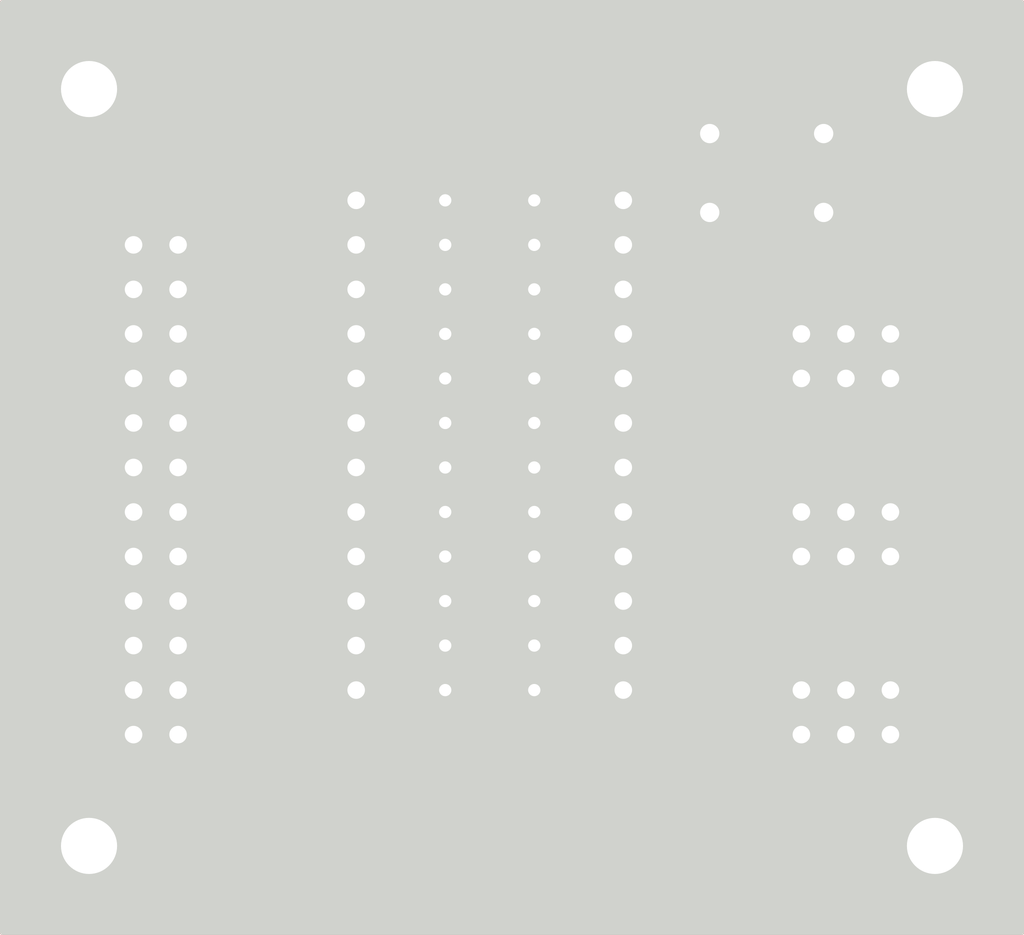
<source format=kicad_pcb>
(kicad_pcb (version 4) (host pcbnew 4.0.7)

  (general
    (links 76)
    (no_connects 0)
    (area 119.38 93.98 177.800001 147.320001)
    (thickness 1.6)
    (drawings 0)
    (tracks 117)
    (zones 0)
    (modules 23)
    (nets 23)
  )

  (page A4)
  (layers
    (0 F.Cu signal)
    (31 B.Cu signal)
    (32 B.Adhes user)
    (33 F.Adhes user)
    (34 B.Paste user)
    (35 F.Paste user)
    (36 B.SilkS user)
    (37 F.SilkS user)
    (38 B.Mask user)
    (39 F.Mask user)
    (40 Dwgs.User user)
    (41 Cmts.User user)
    (42 Eco1.User user)
    (43 Eco2.User user)
    (44 Edge.Cuts user)
    (45 Margin user)
    (46 B.CrtYd user)
    (47 F.CrtYd user)
    (48 B.Fab user)
    (49 F.Fab user hide)
  )

  (setup
    (last_trace_width 0.25)
    (trace_clearance 0.2)
    (zone_clearance 0.508)
    (zone_45_only no)
    (trace_min 0.2)
    (segment_width 0.2)
    (edge_width 0.15)
    (via_size 0.6)
    (via_drill 0.4)
    (via_min_size 0.4)
    (via_min_drill 0.3)
    (uvia_size 0.3)
    (uvia_drill 0.1)
    (uvias_allowed no)
    (uvia_min_size 0.2)
    (uvia_min_drill 0.1)
    (pcb_text_width 0.3)
    (pcb_text_size 1.5 1.5)
    (mod_edge_width 0.15)
    (mod_text_size 1 1)
    (mod_text_width 0.15)
    (pad_size 1.7 1.7)
    (pad_drill 1)
    (pad_to_mask_clearance 0.2)
    (aux_axis_origin 0 0)
    (visible_elements 7FFFFFFF)
    (pcbplotparams
      (layerselection 0x00030_80000001)
      (usegerberextensions false)
      (excludeedgelayer true)
      (linewidth 0.100000)
      (plotframeref false)
      (viasonmask false)
      (mode 1)
      (useauxorigin false)
      (hpglpennumber 1)
      (hpglpenspeed 20)
      (hpglpendiameter 15)
      (hpglpenoverlay 2)
      (psnegative false)
      (psa4output false)
      (plotreference true)
      (plotvalue true)
      (plotinvisibletext false)
      (padsonsilk false)
      (subtractmaskfromsilk false)
      (outputformat 1)
      (mirror false)
      (drillshape 1)
      (scaleselection 1)
      (outputdirectory ""))
  )

  (net 0 "")
  (net 1 "Net-(J1-Pad2)")
  (net 2 "Net-(J1-Pad4)")
  (net 3 "Net-(J1-Pad6)")
  (net 4 "Net-(J1-Pad8)")
  (net 5 "Net-(J1-Pad10)")
  (net 6 "Net-(J1-Pad12)")
  (net 7 "Net-(J1-Pad14)")
  (net 8 "Net-(J1-Pad16)")
  (net 9 "Net-(J1-Pad18)")
  (net 10 "Net-(J1-Pad20)")
  (net 11 "Net-(J1-Pad22)")
  (net 12 "Net-(J1-Pad24)")
  (net 13 "Net-(J2-Pad11)")
  (net 14 "Net-(J2-Pad12)")
  (net 15 "Net-(J3-Pad1)")
  (net 16 "Net-(J3-Pad5)")
  (net 17 "Net-(J3-Pad6)")
  (net 18 "Net-(J3-Pad7)")
  (net 19 "Net-(J3-Pad8)")
  (net 20 /5V)
  (net 21 /Ground)
  (net 22 /Reset)

  (net_class Default "This is the default net class."
    (clearance 0.2)
    (trace_width 0.25)
    (via_dia 0.6)
    (via_drill 0.4)
    (uvia_dia 0.3)
    (uvia_drill 0.1)
    (add_net /5V)
    (add_net /Ground)
    (add_net /Reset)
    (add_net "Net-(J1-Pad10)")
    (add_net "Net-(J1-Pad12)")
    (add_net "Net-(J1-Pad14)")
    (add_net "Net-(J1-Pad16)")
    (add_net "Net-(J1-Pad18)")
    (add_net "Net-(J1-Pad2)")
    (add_net "Net-(J1-Pad20)")
    (add_net "Net-(J1-Pad22)")
    (add_net "Net-(J1-Pad24)")
    (add_net "Net-(J1-Pad4)")
    (add_net "Net-(J1-Pad6)")
    (add_net "Net-(J1-Pad8)")
    (add_net "Net-(J2-Pad11)")
    (add_net "Net-(J2-Pad12)")
    (add_net "Net-(J3-Pad1)")
    (add_net "Net-(J3-Pad5)")
    (add_net "Net-(J3-Pad6)")
    (add_net "Net-(J3-Pad7)")
    (add_net "Net-(J3-Pad8)")
  )

  (module Connectors:1pin (layer F.Cu) (tedit 5A7D0F71) (tstamp 5A7D0CDC)
    (at 124.46 142.24)
    (descr "module 1 pin (ou trou mecanique de percage)")
    (tags DEV)
    (fp_text reference RjoyY (at 35.56 -16.51) (layer F.SilkS)
      (effects (font (size 1 1) (thickness 0.15)))
    )
    (fp_text value 1pin (at 0 3) (layer F.Fab)
      (effects (font (size 1 1) (thickness 0.15)))
    )
    (fp_circle (center 0 0) (end 2 0.8) (layer F.Fab) (width 0.1))
    (fp_circle (center 0 0) (end 2.6 0) (layer F.CrtYd) (width 0.05))
    (fp_circle (center 0 0) (end 0 -2.286) (layer F.SilkS) (width 0.12))
    (pad 1 thru_hole circle (at 0 0) (size 4.064 4.064) (drill 3.2) (layers *.Cu *.Mask)
      (net 21 /Ground))
  )

  (module Connectors:1pin (layer F.Cu) (tedit 5A7D0F69) (tstamp 5A7D0CD7)
    (at 172.72 142.24)
    (descr "module 1 pin (ou trou mecanique de percage)")
    (tags DEV)
    (fp_text reference R-Trig (at -12.7 -6.35) (layer F.SilkS)
      (effects (font (size 1 1) (thickness 0.15)))
    )
    (fp_text value 1pin (at 0 3) (layer F.Fab)
      (effects (font (size 1 1) (thickness 0.15)))
    )
    (fp_circle (center 0 0) (end 2 0.8) (layer F.Fab) (width 0.1))
    (fp_circle (center 0 0) (end 2.6 0) (layer F.CrtYd) (width 0.05))
    (fp_circle (center 0 0) (end 0 -2.286) (layer F.SilkS) (width 0.12))
    (pad 1 thru_hole circle (at 0 0) (size 4.064 4.064) (drill 3.2) (layers *.Cu *.Mask)
      (net 21 /Ground))
  )

  (module Connectors:1pin (layer F.Cu) (tedit 5A7D0F8E) (tstamp 5A7D0CD0)
    (at 172.72 99.06)
    (descr "module 1 pin (ou trou mecanique de percage)")
    (tags DEV)
    (fp_text reference LjoyY (at -12.7 16.51) (layer F.SilkS)
      (effects (font (size 1 1) (thickness 0.15)))
    )
    (fp_text value 1pin (at 0 3) (layer F.Fab)
      (effects (font (size 1 1) (thickness 0.15)))
    )
    (fp_circle (center 0 0) (end 2 0.8) (layer F.Fab) (width 0.1))
    (fp_circle (center 0 0) (end 2.6 0) (layer F.CrtYd) (width 0.05))
    (fp_circle (center 0 0) (end 0 -2.286) (layer F.SilkS) (width 0.12))
    (pad 1 thru_hole circle (at 0 0) (size 4.064 4.064) (drill 3.2) (layers *.Cu *.Mask)
      (net 21 /Ground))
  )

  (module Connectors:1pin (layer F.Cu) (tedit 5A7D38F9) (tstamp 5A7D0797)
    (at 124.46 99.06)
    (descr "module 1 pin (ou trou mecanique de percage)")
    (tags DEV)
    (fp_text reference Axes (at 49.53 22.86 90) (layer F.SilkS)
      (effects (font (size 1 1) (thickness 0.15)))
    )
    (fp_text value 1pin (at 0 3) (layer F.Fab)
      (effects (font (size 1 1) (thickness 0.15)))
    )
    (fp_circle (center 0 0) (end 2 0.8) (layer F.Fab) (width 0.1))
    (fp_circle (center 0 0) (end 2.6 0) (layer F.CrtYd) (width 0.05))
    (fp_circle (center 0 0) (end 0 -2.286) (layer F.SilkS) (width 0.12))
    (pad 1 thru_hole circle (at 0 0) (size 4.064 4.064) (drill 3.2) (layers *.Cu *.Mask)
      (net 21 /Ground))
  )

  (module Buttons_Switches_THT:SW_PUSH_6mm (layer F.Cu) (tedit 5A7D0D5B) (tstamp 5A7CFF67)
    (at 159.87 101.6)
    (descr https://www.omron.com/ecb/products/pdf/en-b3f.pdf)
    (tags "tact sw push 6mm")
    (path /5A7D6B75)
    (fp_text reference Reset (at 3.25 -2) (layer F.SilkS)
      (effects (font (size 1 1) (thickness 0.15)))
    )
    (fp_text value SW_Push (at 3.75 6.7) (layer F.Fab)
      (effects (font (size 1 1) (thickness 0.15)))
    )
    (fp_text user %R (at 3.25 2.25) (layer F.Fab)
      (effects (font (size 1 1) (thickness 0.15)))
    )
    (fp_line (start 3.25 -0.75) (end 6.25 -0.75) (layer F.Fab) (width 0.1))
    (fp_line (start 6.25 -0.75) (end 6.25 5.25) (layer F.Fab) (width 0.1))
    (fp_line (start 6.25 5.25) (end 0.25 5.25) (layer F.Fab) (width 0.1))
    (fp_line (start 0.25 5.25) (end 0.25 -0.75) (layer F.Fab) (width 0.1))
    (fp_line (start 0.25 -0.75) (end 3.25 -0.75) (layer F.Fab) (width 0.1))
    (fp_line (start 7.75 6) (end 8 6) (layer F.CrtYd) (width 0.05))
    (fp_line (start 8 6) (end 8 5.75) (layer F.CrtYd) (width 0.05))
    (fp_line (start 7.75 -1.5) (end 8 -1.5) (layer F.CrtYd) (width 0.05))
    (fp_line (start 8 -1.5) (end 8 -1.25) (layer F.CrtYd) (width 0.05))
    (fp_line (start -1.5 -1.25) (end -1.5 -1.5) (layer F.CrtYd) (width 0.05))
    (fp_line (start -1.5 -1.5) (end -1.25 -1.5) (layer F.CrtYd) (width 0.05))
    (fp_line (start -1.5 5.75) (end -1.5 6) (layer F.CrtYd) (width 0.05))
    (fp_line (start -1.5 6) (end -1.25 6) (layer F.CrtYd) (width 0.05))
    (fp_line (start -1.25 -1.5) (end 7.75 -1.5) (layer F.CrtYd) (width 0.05))
    (fp_line (start -1.5 5.75) (end -1.5 -1.25) (layer F.CrtYd) (width 0.05))
    (fp_line (start 7.75 6) (end -1.25 6) (layer F.CrtYd) (width 0.05))
    (fp_line (start 8 -1.25) (end 8 5.75) (layer F.CrtYd) (width 0.05))
    (fp_line (start 1 5.5) (end 5.5 5.5) (layer F.SilkS) (width 0.12))
    (fp_line (start -0.25 1.5) (end -0.25 3) (layer F.SilkS) (width 0.12))
    (fp_line (start 5.5 -1) (end 1 -1) (layer F.SilkS) (width 0.12))
    (fp_line (start 6.75 3) (end 6.75 1.5) (layer F.SilkS) (width 0.12))
    (fp_circle (center 3.25 2.25) (end 1.25 2.5) (layer F.Fab) (width 0.1))
    (pad 2 thru_hole circle (at 0 4.5 90) (size 2 2) (drill 1.1) (layers *.Cu *.Mask)
      (net 22 /Reset))
    (pad 1 thru_hole circle (at 0 0 90) (size 2 2) (drill 1.1) (layers *.Cu *.Mask)
      (net 21 /Ground))
    (pad 2 thru_hole circle (at 6.5 4.5 90) (size 2 2) (drill 1.1) (layers *.Cu *.Mask)
      (net 22 /Reset))
    (pad 1 thru_hole circle (at 6.5 0 90) (size 2 2) (drill 1.1) (layers *.Cu *.Mask)
      (net 21 /Ground))
    (model ${KISYS3DMOD}/Buttons_Switches_THT.3dshapes/SW_PUSH_6mm.wrl
      (at (xyz 0.005 0 0))
      (scale (xyz 0.3937 0.3937 0.3937))
      (rotate (xyz 0 0 0))
    )
  )

  (module Resistors_THT:R_Axial_DIN0204_L3.6mm_D1.6mm_P5.08mm_Horizontal (layer F.Cu) (tedit 5A7D0E88) (tstamp 5A7CFF5F)
    (at 149.86 133.35 180)
    (descr "Resistor, Axial_DIN0204 series, Axial, Horizontal, pin pitch=5.08mm, 0.16666666666666666W = 1/6W, length*diameter=3.6*1.6mm^2, http://cdn-reichelt.de/documents/datenblatt/B400/1_4W%23YAG.pdf")
    (tags "Resistor Axial_DIN0204 series Axial Horizontal pin pitch 5.08mm 0.16666666666666666W = 1/6W length 3.6mm diameter 1.6mm")
    (path /5A7D5818)
    (fp_text reference Y (at 16.51 -2.54 180) (layer F.SilkS)
      (effects (font (size 1 1) (thickness 0.15)))
    )
    (fp_text value R (at 2.54 1.86 180) (layer F.Fab)
      (effects (font (size 1 1) (thickness 0.15)))
    )
    (fp_line (start 0.74 -0.8) (end 0.74 0.8) (layer F.Fab) (width 0.1))
    (fp_line (start 0.74 0.8) (end 4.34 0.8) (layer F.Fab) (width 0.1))
    (fp_line (start 4.34 0.8) (end 4.34 -0.8) (layer F.Fab) (width 0.1))
    (fp_line (start 4.34 -0.8) (end 0.74 -0.8) (layer F.Fab) (width 0.1))
    (fp_line (start 0 0) (end 0.74 0) (layer F.Fab) (width 0.1))
    (fp_line (start 5.08 0) (end 4.34 0) (layer F.Fab) (width 0.1))
    (fp_line (start 0.68 -0.86) (end 4.4 -0.86) (layer F.SilkS) (width 0.12))
    (fp_line (start 0.68 0.86) (end 4.4 0.86) (layer F.SilkS) (width 0.12))
    (fp_line (start -0.95 -1.15) (end -0.95 1.15) (layer F.CrtYd) (width 0.05))
    (fp_line (start -0.95 1.15) (end 6.05 1.15) (layer F.CrtYd) (width 0.05))
    (fp_line (start 6.05 1.15) (end 6.05 -1.15) (layer F.CrtYd) (width 0.05))
    (fp_line (start 6.05 -1.15) (end -0.95 -1.15) (layer F.CrtYd) (width 0.05))
    (pad 1 thru_hole circle (at 0 0 180) (size 1.4 1.4) (drill 0.7) (layers *.Cu *.Mask)
      (net 12 "Net-(J1-Pad24)"))
    (pad 2 thru_hole oval (at 5.08 0 180) (size 1.4 1.4) (drill 0.7) (layers *.Cu *.Mask)
      (net 21 /Ground))
    (model ${KISYS3DMOD}/Resistors_THT.3dshapes/R_Axial_DIN0204_L3.6mm_D1.6mm_P5.08mm_Horizontal.wrl
      (at (xyz 0 0 0))
      (scale (xyz 0.393701 0.393701 0.393701))
      (rotate (xyz 0 0 0))
    )
  )

  (module Resistors_THT:R_Axial_DIN0204_L3.6mm_D1.6mm_P5.08mm_Horizontal (layer F.Cu) (tedit 5A7D0E7E) (tstamp 5A7CFF59)
    (at 149.86 130.81 180)
    (descr "Resistor, Axial_DIN0204 series, Axial, Horizontal, pin pitch=5.08mm, 0.16666666666666666W = 1/6W, length*diameter=3.6*1.6mm^2, http://cdn-reichelt.de/documents/datenblatt/B400/1_4W%23YAG.pdf")
    (tags "Resistor Axial_DIN0204 series Axial Horizontal pin pitch 5.08mm 0.16666666666666666W = 1/6W length 3.6mm diameter 1.6mm")
    (path /5A7D57DD)
    (fp_text reference X (at 16.51 -2.54 180) (layer F.SilkS)
      (effects (font (size 1 1) (thickness 0.15)))
    )
    (fp_text value R (at 2.54 1.86 180) (layer F.Fab)
      (effects (font (size 1 1) (thickness 0.15)))
    )
    (fp_line (start 0.74 -0.8) (end 0.74 0.8) (layer F.Fab) (width 0.1))
    (fp_line (start 0.74 0.8) (end 4.34 0.8) (layer F.Fab) (width 0.1))
    (fp_line (start 4.34 0.8) (end 4.34 -0.8) (layer F.Fab) (width 0.1))
    (fp_line (start 4.34 -0.8) (end 0.74 -0.8) (layer F.Fab) (width 0.1))
    (fp_line (start 0 0) (end 0.74 0) (layer F.Fab) (width 0.1))
    (fp_line (start 5.08 0) (end 4.34 0) (layer F.Fab) (width 0.1))
    (fp_line (start 0.68 -0.86) (end 4.4 -0.86) (layer F.SilkS) (width 0.12))
    (fp_line (start 0.68 0.86) (end 4.4 0.86) (layer F.SilkS) (width 0.12))
    (fp_line (start -0.95 -1.15) (end -0.95 1.15) (layer F.CrtYd) (width 0.05))
    (fp_line (start -0.95 1.15) (end 6.05 1.15) (layer F.CrtYd) (width 0.05))
    (fp_line (start 6.05 1.15) (end 6.05 -1.15) (layer F.CrtYd) (width 0.05))
    (fp_line (start 6.05 -1.15) (end -0.95 -1.15) (layer F.CrtYd) (width 0.05))
    (pad 1 thru_hole circle (at 0 0 180) (size 1.4 1.4) (drill 0.7) (layers *.Cu *.Mask)
      (net 11 "Net-(J1-Pad22)"))
    (pad 2 thru_hole oval (at 5.08 0 180) (size 1.4 1.4) (drill 0.7) (layers *.Cu *.Mask)
      (net 21 /Ground))
    (model ${KISYS3DMOD}/Resistors_THT.3dshapes/R_Axial_DIN0204_L3.6mm_D1.6mm_P5.08mm_Horizontal.wrl
      (at (xyz 0 0 0))
      (scale (xyz 0.393701 0.393701 0.393701))
      (rotate (xyz 0 0 0))
    )
  )

  (module Resistors_THT:R_Axial_DIN0204_L3.6mm_D1.6mm_P5.08mm_Horizontal (layer F.Cu) (tedit 5A7D0E78) (tstamp 5A7CFF53)
    (at 149.86 128.27 180)
    (descr "Resistor, Axial_DIN0204 series, Axial, Horizontal, pin pitch=5.08mm, 0.16666666666666666W = 1/6W, length*diameter=3.6*1.6mm^2, http://cdn-reichelt.de/documents/datenblatt/B400/1_4W%23YAG.pdf")
    (tags "Resistor Axial_DIN0204 series Axial Horizontal pin pitch 5.08mm 0.16666666666666666W = 1/6W length 3.6mm diameter 1.6mm")
    (path /5A7D57A4)
    (fp_text reference B (at 16.51 -2.54 180) (layer F.SilkS)
      (effects (font (size 1 1) (thickness 0.15)))
    )
    (fp_text value R (at 2.54 1.86 180) (layer F.Fab)
      (effects (font (size 1 1) (thickness 0.15)))
    )
    (fp_line (start 0.74 -0.8) (end 0.74 0.8) (layer F.Fab) (width 0.1))
    (fp_line (start 0.74 0.8) (end 4.34 0.8) (layer F.Fab) (width 0.1))
    (fp_line (start 4.34 0.8) (end 4.34 -0.8) (layer F.Fab) (width 0.1))
    (fp_line (start 4.34 -0.8) (end 0.74 -0.8) (layer F.Fab) (width 0.1))
    (fp_line (start 0 0) (end 0.74 0) (layer F.Fab) (width 0.1))
    (fp_line (start 5.08 0) (end 4.34 0) (layer F.Fab) (width 0.1))
    (fp_line (start 0.68 -0.86) (end 4.4 -0.86) (layer F.SilkS) (width 0.12))
    (fp_line (start 0.68 0.86) (end 4.4 0.86) (layer F.SilkS) (width 0.12))
    (fp_line (start -0.95 -1.15) (end -0.95 1.15) (layer F.CrtYd) (width 0.05))
    (fp_line (start -0.95 1.15) (end 6.05 1.15) (layer F.CrtYd) (width 0.05))
    (fp_line (start 6.05 1.15) (end 6.05 -1.15) (layer F.CrtYd) (width 0.05))
    (fp_line (start 6.05 -1.15) (end -0.95 -1.15) (layer F.CrtYd) (width 0.05))
    (pad 1 thru_hole circle (at 0 0 180) (size 1.4 1.4) (drill 0.7) (layers *.Cu *.Mask)
      (net 10 "Net-(J1-Pad20)"))
    (pad 2 thru_hole oval (at 5.08 0 180) (size 1.4 1.4) (drill 0.7) (layers *.Cu *.Mask)
      (net 21 /Ground))
    (model ${KISYS3DMOD}/Resistors_THT.3dshapes/R_Axial_DIN0204_L3.6mm_D1.6mm_P5.08mm_Horizontal.wrl
      (at (xyz 0 0 0))
      (scale (xyz 0.393701 0.393701 0.393701))
      (rotate (xyz 0 0 0))
    )
  )

  (module Resistors_THT:R_Axial_DIN0204_L3.6mm_D1.6mm_P5.08mm_Horizontal (layer F.Cu) (tedit 5A7D0E73) (tstamp 5A7CFF4D)
    (at 149.86 125.73 180)
    (descr "Resistor, Axial_DIN0204 series, Axial, Horizontal, pin pitch=5.08mm, 0.16666666666666666W = 1/6W, length*diameter=3.6*1.6mm^2, http://cdn-reichelt.de/documents/datenblatt/B400/1_4W%23YAG.pdf")
    (tags "Resistor Axial_DIN0204 series Axial Horizontal pin pitch 5.08mm 0.16666666666666666W = 1/6W length 3.6mm diameter 1.6mm")
    (path /5A7D576B)
    (fp_text reference A (at 16.51 -2.54 180) (layer F.SilkS)
      (effects (font (size 1 1) (thickness 0.15)))
    )
    (fp_text value R (at 2.54 1.86 180) (layer F.Fab)
      (effects (font (size 1 1) (thickness 0.15)))
    )
    (fp_line (start 0.74 -0.8) (end 0.74 0.8) (layer F.Fab) (width 0.1))
    (fp_line (start 0.74 0.8) (end 4.34 0.8) (layer F.Fab) (width 0.1))
    (fp_line (start 4.34 0.8) (end 4.34 -0.8) (layer F.Fab) (width 0.1))
    (fp_line (start 4.34 -0.8) (end 0.74 -0.8) (layer F.Fab) (width 0.1))
    (fp_line (start 0 0) (end 0.74 0) (layer F.Fab) (width 0.1))
    (fp_line (start 5.08 0) (end 4.34 0) (layer F.Fab) (width 0.1))
    (fp_line (start 0.68 -0.86) (end 4.4 -0.86) (layer F.SilkS) (width 0.12))
    (fp_line (start 0.68 0.86) (end 4.4 0.86) (layer F.SilkS) (width 0.12))
    (fp_line (start -0.95 -1.15) (end -0.95 1.15) (layer F.CrtYd) (width 0.05))
    (fp_line (start -0.95 1.15) (end 6.05 1.15) (layer F.CrtYd) (width 0.05))
    (fp_line (start 6.05 1.15) (end 6.05 -1.15) (layer F.CrtYd) (width 0.05))
    (fp_line (start 6.05 -1.15) (end -0.95 -1.15) (layer F.CrtYd) (width 0.05))
    (pad 1 thru_hole circle (at 0 0 180) (size 1.4 1.4) (drill 0.7) (layers *.Cu *.Mask)
      (net 9 "Net-(J1-Pad18)"))
    (pad 2 thru_hole oval (at 5.08 0 180) (size 1.4 1.4) (drill 0.7) (layers *.Cu *.Mask)
      (net 21 /Ground))
    (model ${KISYS3DMOD}/Resistors_THT.3dshapes/R_Axial_DIN0204_L3.6mm_D1.6mm_P5.08mm_Horizontal.wrl
      (at (xyz 0 0 0))
      (scale (xyz 0.393701 0.393701 0.393701))
      (rotate (xyz 0 0 0))
    )
  )

  (module Resistors_THT:R_Axial_DIN0204_L3.6mm_D1.6mm_P5.08mm_Horizontal (layer F.Cu) (tedit 5A7D0EF0) (tstamp 5A7CFF47)
    (at 149.86 123.19 180)
    (descr "Resistor, Axial_DIN0204 series, Axial, Horizontal, pin pitch=5.08mm, 0.16666666666666666W = 1/6W, length*diameter=3.6*1.6mm^2, http://cdn-reichelt.de/documents/datenblatt/B400/1_4W%23YAG.pdf")
    (tags "Resistor Axial_DIN0204 series Axial Horizontal pin pitch 5.08mm 0.16666666666666666W = 1/6W length 3.6mm diameter 1.6mm")
    (path /5A7D5730)
    (fp_text reference RB (at 16.51 -2.54 180) (layer F.SilkS)
      (effects (font (size 1 1) (thickness 0.15)))
    )
    (fp_text value R (at 2.54 1.86 180) (layer F.Fab)
      (effects (font (size 1 1) (thickness 0.15)))
    )
    (fp_line (start 0.74 -0.8) (end 0.74 0.8) (layer F.Fab) (width 0.1))
    (fp_line (start 0.74 0.8) (end 4.34 0.8) (layer F.Fab) (width 0.1))
    (fp_line (start 4.34 0.8) (end 4.34 -0.8) (layer F.Fab) (width 0.1))
    (fp_line (start 4.34 -0.8) (end 0.74 -0.8) (layer F.Fab) (width 0.1))
    (fp_line (start 0 0) (end 0.74 0) (layer F.Fab) (width 0.1))
    (fp_line (start 5.08 0) (end 4.34 0) (layer F.Fab) (width 0.1))
    (fp_line (start 0.68 -0.86) (end 4.4 -0.86) (layer F.SilkS) (width 0.12))
    (fp_line (start 0.68 0.86) (end 4.4 0.86) (layer F.SilkS) (width 0.12))
    (fp_line (start -0.95 -1.15) (end -0.95 1.15) (layer F.CrtYd) (width 0.05))
    (fp_line (start -0.95 1.15) (end 6.05 1.15) (layer F.CrtYd) (width 0.05))
    (fp_line (start 6.05 1.15) (end 6.05 -1.15) (layer F.CrtYd) (width 0.05))
    (fp_line (start 6.05 -1.15) (end -0.95 -1.15) (layer F.CrtYd) (width 0.05))
    (pad 1 thru_hole circle (at 0 0 180) (size 1.4 1.4) (drill 0.7) (layers *.Cu *.Mask)
      (net 21 /Ground))
    (pad 2 thru_hole oval (at 5.08 0 180) (size 1.4 1.4) (drill 0.7) (layers *.Cu *.Mask)
      (net 8 "Net-(J1-Pad16)"))
    (model ${KISYS3DMOD}/Resistors_THT.3dshapes/R_Axial_DIN0204_L3.6mm_D1.6mm_P5.08mm_Horizontal.wrl
      (at (xyz 0 0 0))
      (scale (xyz 0.393701 0.393701 0.393701))
      (rotate (xyz 0 0 0))
    )
  )

  (module Resistors_THT:R_Axial_DIN0204_L3.6mm_D1.6mm_P5.08mm_Horizontal (layer F.Cu) (tedit 5A7D0EEB) (tstamp 5A7CFF41)
    (at 149.86 120.65 180)
    (descr "Resistor, Axial_DIN0204 series, Axial, Horizontal, pin pitch=5.08mm, 0.16666666666666666W = 1/6W, length*diameter=3.6*1.6mm^2, http://cdn-reichelt.de/documents/datenblatt/B400/1_4W%23YAG.pdf")
    (tags "Resistor Axial_DIN0204 series Axial Horizontal pin pitch 5.08mm 0.16666666666666666W = 1/6W length 3.6mm diameter 1.6mm")
    (path /5A7D56F9)
    (fp_text reference LB (at 16.51 -2.54 180) (layer F.SilkS)
      (effects (font (size 1 1) (thickness 0.15)))
    )
    (fp_text value R (at 2.54 1.86 180) (layer F.Fab)
      (effects (font (size 1 1) (thickness 0.15)))
    )
    (fp_line (start 0.74 -0.8) (end 0.74 0.8) (layer F.Fab) (width 0.1))
    (fp_line (start 0.74 0.8) (end 4.34 0.8) (layer F.Fab) (width 0.1))
    (fp_line (start 4.34 0.8) (end 4.34 -0.8) (layer F.Fab) (width 0.1))
    (fp_line (start 4.34 -0.8) (end 0.74 -0.8) (layer F.Fab) (width 0.1))
    (fp_line (start 0 0) (end 0.74 0) (layer F.Fab) (width 0.1))
    (fp_line (start 5.08 0) (end 4.34 0) (layer F.Fab) (width 0.1))
    (fp_line (start 0.68 -0.86) (end 4.4 -0.86) (layer F.SilkS) (width 0.12))
    (fp_line (start 0.68 0.86) (end 4.4 0.86) (layer F.SilkS) (width 0.12))
    (fp_line (start -0.95 -1.15) (end -0.95 1.15) (layer F.CrtYd) (width 0.05))
    (fp_line (start -0.95 1.15) (end 6.05 1.15) (layer F.CrtYd) (width 0.05))
    (fp_line (start 6.05 1.15) (end 6.05 -1.15) (layer F.CrtYd) (width 0.05))
    (fp_line (start 6.05 -1.15) (end -0.95 -1.15) (layer F.CrtYd) (width 0.05))
    (pad 1 thru_hole circle (at 0 0 180) (size 1.4 1.4) (drill 0.7) (layers *.Cu *.Mask)
      (net 21 /Ground))
    (pad 2 thru_hole oval (at 5.08 0 180) (size 1.4 1.4) (drill 0.7) (layers *.Cu *.Mask)
      (net 7 "Net-(J1-Pad14)"))
    (model ${KISYS3DMOD}/Resistors_THT.3dshapes/R_Axial_DIN0204_L3.6mm_D1.6mm_P5.08mm_Horizontal.wrl
      (at (xyz 0 0 0))
      (scale (xyz 0.393701 0.393701 0.393701))
      (rotate (xyz 0 0 0))
    )
  )

  (module Resistors_THT:R_Axial_DIN0204_L3.6mm_D1.6mm_P5.08mm_Horizontal (layer F.Cu) (tedit 5A7D0EE4) (tstamp 5A7CFF3B)
    (at 149.86 118.11 180)
    (descr "Resistor, Axial_DIN0204 series, Axial, Horizontal, pin pitch=5.08mm, 0.16666666666666666W = 1/6W, length*diameter=3.6*1.6mm^2, http://cdn-reichelt.de/documents/datenblatt/B400/1_4W%23YAG.pdf")
    (tags "Resistor Axial_DIN0204 series Axial Horizontal pin pitch 5.08mm 0.16666666666666666W = 1/6W length 3.6mm diameter 1.6mm")
    (path /5A7D56C4)
    (fp_text reference Select (at 16.51 -2.54 180) (layer F.SilkS)
      (effects (font (size 1 1) (thickness 0.15)))
    )
    (fp_text value R (at 2.54 1.86 180) (layer F.Fab)
      (effects (font (size 1 1) (thickness 0.15)))
    )
    (fp_line (start 0.74 -0.8) (end 0.74 0.8) (layer F.Fab) (width 0.1))
    (fp_line (start 0.74 0.8) (end 4.34 0.8) (layer F.Fab) (width 0.1))
    (fp_line (start 4.34 0.8) (end 4.34 -0.8) (layer F.Fab) (width 0.1))
    (fp_line (start 4.34 -0.8) (end 0.74 -0.8) (layer F.Fab) (width 0.1))
    (fp_line (start 0 0) (end 0.74 0) (layer F.Fab) (width 0.1))
    (fp_line (start 5.08 0) (end 4.34 0) (layer F.Fab) (width 0.1))
    (fp_line (start 0.68 -0.86) (end 4.4 -0.86) (layer F.SilkS) (width 0.12))
    (fp_line (start 0.68 0.86) (end 4.4 0.86) (layer F.SilkS) (width 0.12))
    (fp_line (start -0.95 -1.15) (end -0.95 1.15) (layer F.CrtYd) (width 0.05))
    (fp_line (start -0.95 1.15) (end 6.05 1.15) (layer F.CrtYd) (width 0.05))
    (fp_line (start 6.05 1.15) (end 6.05 -1.15) (layer F.CrtYd) (width 0.05))
    (fp_line (start 6.05 -1.15) (end -0.95 -1.15) (layer F.CrtYd) (width 0.05))
    (pad 1 thru_hole circle (at 0 0 180) (size 1.4 1.4) (drill 0.7) (layers *.Cu *.Mask)
      (net 21 /Ground))
    (pad 2 thru_hole oval (at 5.08 0 180) (size 1.4 1.4) (drill 0.7) (layers *.Cu *.Mask)
      (net 6 "Net-(J1-Pad12)"))
    (model ${KISYS3DMOD}/Resistors_THT.3dshapes/R_Axial_DIN0204_L3.6mm_D1.6mm_P5.08mm_Horizontal.wrl
      (at (xyz 0 0 0))
      (scale (xyz 0.393701 0.393701 0.393701))
      (rotate (xyz 0 0 0))
    )
  )

  (module Resistors_THT:R_Axial_DIN0204_L3.6mm_D1.6mm_P5.08mm_Horizontal (layer F.Cu) (tedit 5A7D0EDF) (tstamp 5A7CFF35)
    (at 149.86 115.57 180)
    (descr "Resistor, Axial_DIN0204 series, Axial, Horizontal, pin pitch=5.08mm, 0.16666666666666666W = 1/6W, length*diameter=3.6*1.6mm^2, http://cdn-reichelt.de/documents/datenblatt/B400/1_4W%23YAG.pdf")
    (tags "Resistor Axial_DIN0204 series Axial Horizontal pin pitch 5.08mm 0.16666666666666666W = 1/6W length 3.6mm diameter 1.6mm")
    (path /5A7D5693)
    (fp_text reference Start (at 16.51 -2.54 180) (layer F.SilkS)
      (effects (font (size 1 1) (thickness 0.15)))
    )
    (fp_text value R (at 2.54 1.86 180) (layer F.Fab)
      (effects (font (size 1 1) (thickness 0.15)))
    )
    (fp_line (start 0.74 -0.8) (end 0.74 0.8) (layer F.Fab) (width 0.1))
    (fp_line (start 0.74 0.8) (end 4.34 0.8) (layer F.Fab) (width 0.1))
    (fp_line (start 4.34 0.8) (end 4.34 -0.8) (layer F.Fab) (width 0.1))
    (fp_line (start 4.34 -0.8) (end 0.74 -0.8) (layer F.Fab) (width 0.1))
    (fp_line (start 0 0) (end 0.74 0) (layer F.Fab) (width 0.1))
    (fp_line (start 5.08 0) (end 4.34 0) (layer F.Fab) (width 0.1))
    (fp_line (start 0.68 -0.86) (end 4.4 -0.86) (layer F.SilkS) (width 0.12))
    (fp_line (start 0.68 0.86) (end 4.4 0.86) (layer F.SilkS) (width 0.12))
    (fp_line (start -0.95 -1.15) (end -0.95 1.15) (layer F.CrtYd) (width 0.05))
    (fp_line (start -0.95 1.15) (end 6.05 1.15) (layer F.CrtYd) (width 0.05))
    (fp_line (start 6.05 1.15) (end 6.05 -1.15) (layer F.CrtYd) (width 0.05))
    (fp_line (start 6.05 -1.15) (end -0.95 -1.15) (layer F.CrtYd) (width 0.05))
    (pad 1 thru_hole circle (at 0 0 180) (size 1.4 1.4) (drill 0.7) (layers *.Cu *.Mask)
      (net 21 /Ground))
    (pad 2 thru_hole oval (at 5.08 0 180) (size 1.4 1.4) (drill 0.7) (layers *.Cu *.Mask)
      (net 5 "Net-(J1-Pad10)"))
    (model ${KISYS3DMOD}/Resistors_THT.3dshapes/R_Axial_DIN0204_L3.6mm_D1.6mm_P5.08mm_Horizontal.wrl
      (at (xyz 0 0 0))
      (scale (xyz 0.393701 0.393701 0.393701))
      (rotate (xyz 0 0 0))
    )
  )

  (module Resistors_THT:R_Axial_DIN0204_L3.6mm_D1.6mm_P5.08mm_Horizontal (layer F.Cu) (tedit 5A7D0ED8) (tstamp 5A7CFF2F)
    (at 149.86 113.03 180)
    (descr "Resistor, Axial_DIN0204 series, Axial, Horizontal, pin pitch=5.08mm, 0.16666666666666666W = 1/6W, length*diameter=3.6*1.6mm^2, http://cdn-reichelt.de/documents/datenblatt/B400/1_4W%23YAG.pdf")
    (tags "Resistor Axial_DIN0204 series Axial Horizontal pin pitch 5.08mm 0.16666666666666666W = 1/6W length 3.6mm diameter 1.6mm")
    (path /5A7D565C)
    (fp_text reference Right (at 16.51 -2.54 180) (layer F.SilkS)
      (effects (font (size 1 1) (thickness 0.15)))
    )
    (fp_text value R (at 2.54 1.86 180) (layer F.Fab)
      (effects (font (size 1 1) (thickness 0.15)))
    )
    (fp_line (start 0.74 -0.8) (end 0.74 0.8) (layer F.Fab) (width 0.1))
    (fp_line (start 0.74 0.8) (end 4.34 0.8) (layer F.Fab) (width 0.1))
    (fp_line (start 4.34 0.8) (end 4.34 -0.8) (layer F.Fab) (width 0.1))
    (fp_line (start 4.34 -0.8) (end 0.74 -0.8) (layer F.Fab) (width 0.1))
    (fp_line (start 0 0) (end 0.74 0) (layer F.Fab) (width 0.1))
    (fp_line (start 5.08 0) (end 4.34 0) (layer F.Fab) (width 0.1))
    (fp_line (start 0.68 -0.86) (end 4.4 -0.86) (layer F.SilkS) (width 0.12))
    (fp_line (start 0.68 0.86) (end 4.4 0.86) (layer F.SilkS) (width 0.12))
    (fp_line (start -0.95 -1.15) (end -0.95 1.15) (layer F.CrtYd) (width 0.05))
    (fp_line (start -0.95 1.15) (end 6.05 1.15) (layer F.CrtYd) (width 0.05))
    (fp_line (start 6.05 1.15) (end 6.05 -1.15) (layer F.CrtYd) (width 0.05))
    (fp_line (start 6.05 -1.15) (end -0.95 -1.15) (layer F.CrtYd) (width 0.05))
    (pad 1 thru_hole circle (at 0 0 180) (size 1.4 1.4) (drill 0.7) (layers *.Cu *.Mask)
      (net 21 /Ground))
    (pad 2 thru_hole oval (at 5.08 0 180) (size 1.4 1.4) (drill 0.7) (layers *.Cu *.Mask)
      (net 4 "Net-(J1-Pad8)"))
    (model ${KISYS3DMOD}/Resistors_THT.3dshapes/R_Axial_DIN0204_L3.6mm_D1.6mm_P5.08mm_Horizontal.wrl
      (at (xyz 0 0 0))
      (scale (xyz 0.393701 0.393701 0.393701))
      (rotate (xyz 0 0 0))
    )
  )

  (module Resistors_THT:R_Axial_DIN0204_L3.6mm_D1.6mm_P5.08mm_Horizontal (layer F.Cu) (tedit 5A7D0ED3) (tstamp 5A7CFF29)
    (at 149.86 110.49 180)
    (descr "Resistor, Axial_DIN0204 series, Axial, Horizontal, pin pitch=5.08mm, 0.16666666666666666W = 1/6W, length*diameter=3.6*1.6mm^2, http://cdn-reichelt.de/documents/datenblatt/B400/1_4W%23YAG.pdf")
    (tags "Resistor Axial_DIN0204 series Axial Horizontal pin pitch 5.08mm 0.16666666666666666W = 1/6W length 3.6mm diameter 1.6mm")
    (path /5A7D5625)
    (fp_text reference Left (at 16.51 -2.54 180) (layer F.SilkS)
      (effects (font (size 1 1) (thickness 0.15)))
    )
    (fp_text value R (at 2.54 1.86 180) (layer F.Fab)
      (effects (font (size 1 1) (thickness 0.15)))
    )
    (fp_line (start 0.74 -0.8) (end 0.74 0.8) (layer F.Fab) (width 0.1))
    (fp_line (start 0.74 0.8) (end 4.34 0.8) (layer F.Fab) (width 0.1))
    (fp_line (start 4.34 0.8) (end 4.34 -0.8) (layer F.Fab) (width 0.1))
    (fp_line (start 4.34 -0.8) (end 0.74 -0.8) (layer F.Fab) (width 0.1))
    (fp_line (start 0 0) (end 0.74 0) (layer F.Fab) (width 0.1))
    (fp_line (start 5.08 0) (end 4.34 0) (layer F.Fab) (width 0.1))
    (fp_line (start 0.68 -0.86) (end 4.4 -0.86) (layer F.SilkS) (width 0.12))
    (fp_line (start 0.68 0.86) (end 4.4 0.86) (layer F.SilkS) (width 0.12))
    (fp_line (start -0.95 -1.15) (end -0.95 1.15) (layer F.CrtYd) (width 0.05))
    (fp_line (start -0.95 1.15) (end 6.05 1.15) (layer F.CrtYd) (width 0.05))
    (fp_line (start 6.05 1.15) (end 6.05 -1.15) (layer F.CrtYd) (width 0.05))
    (fp_line (start 6.05 -1.15) (end -0.95 -1.15) (layer F.CrtYd) (width 0.05))
    (pad 1 thru_hole circle (at 0 0 180) (size 1.4 1.4) (drill 0.7) (layers *.Cu *.Mask)
      (net 21 /Ground))
    (pad 2 thru_hole oval (at 5.08 0 180) (size 1.4 1.4) (drill 0.7) (layers *.Cu *.Mask)
      (net 3 "Net-(J1-Pad6)"))
    (model ${KISYS3DMOD}/Resistors_THT.3dshapes/R_Axial_DIN0204_L3.6mm_D1.6mm_P5.08mm_Horizontal.wrl
      (at (xyz 0 0 0))
      (scale (xyz 0.393701 0.393701 0.393701))
      (rotate (xyz 0 0 0))
    )
  )

  (module Resistors_THT:R_Axial_DIN0204_L3.6mm_D1.6mm_P5.08mm_Horizontal (layer F.Cu) (tedit 5A7D0ECF) (tstamp 5A7CFF23)
    (at 149.86 107.95 180)
    (descr "Resistor, Axial_DIN0204 series, Axial, Horizontal, pin pitch=5.08mm, 0.16666666666666666W = 1/6W, length*diameter=3.6*1.6mm^2, http://cdn-reichelt.de/documents/datenblatt/B400/1_4W%23YAG.pdf")
    (tags "Resistor Axial_DIN0204 series Axial Horizontal pin pitch 5.08mm 0.16666666666666666W = 1/6W length 3.6mm diameter 1.6mm")
    (path /5A7D55B8)
    (fp_text reference Down (at 16.51 -2.54 180) (layer F.SilkS)
      (effects (font (size 1 1) (thickness 0.15)))
    )
    (fp_text value R (at 2.54 1.86 180) (layer F.Fab)
      (effects (font (size 1 1) (thickness 0.15)))
    )
    (fp_line (start 0.74 -0.8) (end 0.74 0.8) (layer F.Fab) (width 0.1))
    (fp_line (start 0.74 0.8) (end 4.34 0.8) (layer F.Fab) (width 0.1))
    (fp_line (start 4.34 0.8) (end 4.34 -0.8) (layer F.Fab) (width 0.1))
    (fp_line (start 4.34 -0.8) (end 0.74 -0.8) (layer F.Fab) (width 0.1))
    (fp_line (start 0 0) (end 0.74 0) (layer F.Fab) (width 0.1))
    (fp_line (start 5.08 0) (end 4.34 0) (layer F.Fab) (width 0.1))
    (fp_line (start 0.68 -0.86) (end 4.4 -0.86) (layer F.SilkS) (width 0.12))
    (fp_line (start 0.68 0.86) (end 4.4 0.86) (layer F.SilkS) (width 0.12))
    (fp_line (start -0.95 -1.15) (end -0.95 1.15) (layer F.CrtYd) (width 0.05))
    (fp_line (start -0.95 1.15) (end 6.05 1.15) (layer F.CrtYd) (width 0.05))
    (fp_line (start 6.05 1.15) (end 6.05 -1.15) (layer F.CrtYd) (width 0.05))
    (fp_line (start 6.05 -1.15) (end -0.95 -1.15) (layer F.CrtYd) (width 0.05))
    (pad 1 thru_hole circle (at 0 0 180) (size 1.4 1.4) (drill 0.7) (layers *.Cu *.Mask)
      (net 21 /Ground))
    (pad 2 thru_hole oval (at 5.08 0 180) (size 1.4 1.4) (drill 0.7) (layers *.Cu *.Mask)
      (net 2 "Net-(J1-Pad4)"))
    (model ${KISYS3DMOD}/Resistors_THT.3dshapes/R_Axial_DIN0204_L3.6mm_D1.6mm_P5.08mm_Horizontal.wrl
      (at (xyz 0 0 0))
      (scale (xyz 0.393701 0.393701 0.393701))
      (rotate (xyz 0 0 0))
    )
  )

  (module Resistors_THT:R_Axial_DIN0204_L3.6mm_D1.6mm_P5.08mm_Horizontal (layer F.Cu) (tedit 5A7D0ECA) (tstamp 5A7CFF1D)
    (at 149.86 105.41 180)
    (descr "Resistor, Axial_DIN0204 series, Axial, Horizontal, pin pitch=5.08mm, 0.16666666666666666W = 1/6W, length*diameter=3.6*1.6mm^2, http://cdn-reichelt.de/documents/datenblatt/B400/1_4W%23YAG.pdf")
    (tags "Resistor Axial_DIN0204 series Axial Horizontal pin pitch 5.08mm 0.16666666666666666W = 1/6W length 3.6mm diameter 1.6mm")
    (path /5A7D545D)
    (fp_text reference Up (at 16.51 -2.54 180) (layer F.SilkS)
      (effects (font (size 1 1) (thickness 0.15)))
    )
    (fp_text value R (at 2.54 1.86 180) (layer F.Fab)
      (effects (font (size 1 1) (thickness 0.15)))
    )
    (fp_line (start 0.74 -0.8) (end 0.74 0.8) (layer F.Fab) (width 0.1))
    (fp_line (start 0.74 0.8) (end 4.34 0.8) (layer F.Fab) (width 0.1))
    (fp_line (start 4.34 0.8) (end 4.34 -0.8) (layer F.Fab) (width 0.1))
    (fp_line (start 4.34 -0.8) (end 0.74 -0.8) (layer F.Fab) (width 0.1))
    (fp_line (start 0 0) (end 0.74 0) (layer F.Fab) (width 0.1))
    (fp_line (start 5.08 0) (end 4.34 0) (layer F.Fab) (width 0.1))
    (fp_line (start 0.68 -0.86) (end 4.4 -0.86) (layer F.SilkS) (width 0.12))
    (fp_line (start 0.68 0.86) (end 4.4 0.86) (layer F.SilkS) (width 0.12))
    (fp_line (start -0.95 -1.15) (end -0.95 1.15) (layer F.CrtYd) (width 0.05))
    (fp_line (start -0.95 1.15) (end 6.05 1.15) (layer F.CrtYd) (width 0.05))
    (fp_line (start 6.05 1.15) (end 6.05 -1.15) (layer F.CrtYd) (width 0.05))
    (fp_line (start 6.05 -1.15) (end -0.95 -1.15) (layer F.CrtYd) (width 0.05))
    (pad 1 thru_hole circle (at 0 0 180) (size 1.4 1.4) (drill 0.7) (layers *.Cu *.Mask)
      (net 21 /Ground))
    (pad 2 thru_hole oval (at 5.08 0 180) (size 1.4 1.4) (drill 0.7) (layers *.Cu *.Mask)
      (net 1 "Net-(J1-Pad2)"))
    (model ${KISYS3DMOD}/Resistors_THT.3dshapes/R_Axial_DIN0204_L3.6mm_D1.6mm_P5.08mm_Horizontal.wrl
      (at (xyz 0 0 0))
      (scale (xyz 0.393701 0.393701 0.393701))
      (rotate (xyz 0 0 0))
    )
  )

  (module Pin_Headers:Pin_Header_Straight_2x03_Pitch2.54mm (layer F.Cu) (tedit 5A7D0F84) (tstamp 5A7CFF17)
    (at 170.18 113.03 270)
    (descr "Through hole straight pin header, 2x03, 2.54mm pitch, double rows")
    (tags "Through hole pin header THT 2x03 2.54mm double row")
    (path /5A7D49FA)
    (fp_text reference LjoyX (at 0 10.16 360) (layer F.SilkS)
      (effects (font (size 1 1) (thickness 0.15)))
    )
    (fp_text value CONN_02X03 (at 1.27 7.41 270) (layer F.Fab)
      (effects (font (size 1 1) (thickness 0.15)))
    )
    (fp_line (start 0 -1.27) (end 3.81 -1.27) (layer F.Fab) (width 0.1))
    (fp_line (start 3.81 -1.27) (end 3.81 6.35) (layer F.Fab) (width 0.1))
    (fp_line (start 3.81 6.35) (end -1.27 6.35) (layer F.Fab) (width 0.1))
    (fp_line (start -1.27 6.35) (end -1.27 0) (layer F.Fab) (width 0.1))
    (fp_line (start -1.27 0) (end 0 -1.27) (layer F.Fab) (width 0.1))
    (fp_line (start -1.33 6.41) (end 3.87 6.41) (layer F.SilkS) (width 0.12))
    (fp_line (start -1.33 1.27) (end -1.33 6.41) (layer F.SilkS) (width 0.12))
    (fp_line (start 3.87 -1.33) (end 3.87 6.41) (layer F.SilkS) (width 0.12))
    (fp_line (start -1.33 1.27) (end 1.27 1.27) (layer F.SilkS) (width 0.12))
    (fp_line (start 1.27 1.27) (end 1.27 -1.33) (layer F.SilkS) (width 0.12))
    (fp_line (start 1.27 -1.33) (end 3.87 -1.33) (layer F.SilkS) (width 0.12))
    (fp_line (start -1.33 0) (end -1.33 -1.33) (layer F.SilkS) (width 0.12))
    (fp_line (start -1.33 -1.33) (end 0 -1.33) (layer F.SilkS) (width 0.12))
    (fp_line (start -1.8 -1.8) (end -1.8 6.85) (layer F.CrtYd) (width 0.05))
    (fp_line (start -1.8 6.85) (end 4.35 6.85) (layer F.CrtYd) (width 0.05))
    (fp_line (start 4.35 6.85) (end 4.35 -1.8) (layer F.CrtYd) (width 0.05))
    (fp_line (start 4.35 -1.8) (end -1.8 -1.8) (layer F.CrtYd) (width 0.05))
    (fp_text user %R (at 1.27 2.54 360) (layer F.Fab)
      (effects (font (size 1 1) (thickness 0.15)))
    )
    (pad 1 thru_hole circle (at 0 0 270) (size 1.7 1.7) (drill 1) (layers *.Cu *.Mask)
      (net 21 /Ground))
    (pad 2 thru_hole oval (at 2.54 0 270) (size 1.7 1.7) (drill 1) (layers *.Cu *.Mask)
      (net 21 /Ground))
    (pad 3 thru_hole oval (at 0 2.54 270) (size 1.7 1.7) (drill 1) (layers *.Cu *.Mask)
      (net 16 "Net-(J3-Pad5)"))
    (pad 4 thru_hole oval (at 2.54 2.54 270) (size 1.7 1.7) (drill 1) (layers *.Cu *.Mask)
      (net 17 "Net-(J3-Pad6)"))
    (pad 5 thru_hole oval (at 0 5.08 270) (size 1.7 1.7) (drill 1) (layers *.Cu *.Mask)
      (net 20 /5V))
    (pad 6 thru_hole oval (at 2.54 5.08 270) (size 1.7 1.7) (drill 1) (layers *.Cu *.Mask)
      (net 20 /5V))
    (model ${KISYS3DMOD}/Pin_Headers.3dshapes/Pin_Header_Straight_2x03_Pitch2.54mm.wrl
      (at (xyz 0 0 0))
      (scale (xyz 1 1 1))
      (rotate (xyz 0 0 0))
    )
  )

  (module Pin_Headers:Pin_Header_Straight_2x03_Pitch2.54mm (layer F.Cu) (tedit 5A7D0F62) (tstamp 5A7CFF0D)
    (at 170.18 133.35 270)
    (descr "Through hole straight pin header, 2x03, 2.54mm pitch, double rows")
    (tags "Through hole pin header THT 2x03 2.54mm double row")
    (path /5A7D5053)
    (fp_text reference L-Trig (at 0 10.16 360) (layer F.SilkS)
      (effects (font (size 1 1) (thickness 0.15)))
    )
    (fp_text value CONN_02X03 (at 1.27 7.41 270) (layer F.Fab)
      (effects (font (size 1 1) (thickness 0.15)))
    )
    (fp_line (start 0 -1.27) (end 3.81 -1.27) (layer F.Fab) (width 0.1))
    (fp_line (start 3.81 -1.27) (end 3.81 6.35) (layer F.Fab) (width 0.1))
    (fp_line (start 3.81 6.35) (end -1.27 6.35) (layer F.Fab) (width 0.1))
    (fp_line (start -1.27 6.35) (end -1.27 0) (layer F.Fab) (width 0.1))
    (fp_line (start -1.27 0) (end 0 -1.27) (layer F.Fab) (width 0.1))
    (fp_line (start -1.33 6.41) (end 3.87 6.41) (layer F.SilkS) (width 0.12))
    (fp_line (start -1.33 1.27) (end -1.33 6.41) (layer F.SilkS) (width 0.12))
    (fp_line (start 3.87 -1.33) (end 3.87 6.41) (layer F.SilkS) (width 0.12))
    (fp_line (start -1.33 1.27) (end 1.27 1.27) (layer F.SilkS) (width 0.12))
    (fp_line (start 1.27 1.27) (end 1.27 -1.33) (layer F.SilkS) (width 0.12))
    (fp_line (start 1.27 -1.33) (end 3.87 -1.33) (layer F.SilkS) (width 0.12))
    (fp_line (start -1.33 0) (end -1.33 -1.33) (layer F.SilkS) (width 0.12))
    (fp_line (start -1.33 -1.33) (end 0 -1.33) (layer F.SilkS) (width 0.12))
    (fp_line (start -1.8 -1.8) (end -1.8 6.85) (layer F.CrtYd) (width 0.05))
    (fp_line (start -1.8 6.85) (end 4.35 6.85) (layer F.CrtYd) (width 0.05))
    (fp_line (start 4.35 6.85) (end 4.35 -1.8) (layer F.CrtYd) (width 0.05))
    (fp_line (start 4.35 -1.8) (end -1.8 -1.8) (layer F.CrtYd) (width 0.05))
    (fp_text user %R (at 1.27 2.54 360) (layer F.Fab)
      (effects (font (size 1 1) (thickness 0.15)))
    )
    (pad 1 thru_hole circle (at 0 0 270) (size 1.7 1.7) (drill 1) (layers *.Cu *.Mask)
      (net 21 /Ground))
    (pad 2 thru_hole oval (at 2.54 0 270) (size 1.7 1.7) (drill 1) (layers *.Cu *.Mask)
      (net 21 /Ground))
    (pad 3 thru_hole oval (at 0 2.54 270) (size 1.7 1.7) (drill 1) (layers *.Cu *.Mask)
      (net 13 "Net-(J2-Pad11)"))
    (pad 4 thru_hole oval (at 2.54 2.54 270) (size 1.7 1.7) (drill 1) (layers *.Cu *.Mask)
      (net 14 "Net-(J2-Pad12)"))
    (pad 5 thru_hole oval (at 0 5.08 270) (size 1.7 1.7) (drill 1) (layers *.Cu *.Mask)
      (net 20 /5V))
    (pad 6 thru_hole oval (at 2.54 5.08 270) (size 1.7 1.7) (drill 1) (layers *.Cu *.Mask)
      (net 20 /5V))
    (model ${KISYS3DMOD}/Pin_Headers.3dshapes/Pin_Header_Straight_2x03_Pitch2.54mm.wrl
      (at (xyz 0 0 0))
      (scale (xyz 1 1 1))
      (rotate (xyz 0 0 0))
    )
  )

  (module Pin_Headers:Pin_Header_Straight_2x03_Pitch2.54mm (layer F.Cu) (tedit 5A7D0F79) (tstamp 5A7CFF03)
    (at 170.18 123.19 270)
    (descr "Through hole straight pin header, 2x03, 2.54mm pitch, double rows")
    (tags "Through hole pin header THT 2x03 2.54mm double row")
    (path /5A7D4F62)
    (fp_text reference RjoyX (at 0 10.16 360) (layer F.SilkS)
      (effects (font (size 1 1) (thickness 0.15)))
    )
    (fp_text value CONN_02X03 (at 1.27 7.41 270) (layer F.Fab)
      (effects (font (size 1 1) (thickness 0.15)))
    )
    (fp_line (start 0 -1.27) (end 3.81 -1.27) (layer F.Fab) (width 0.1))
    (fp_line (start 3.81 -1.27) (end 3.81 6.35) (layer F.Fab) (width 0.1))
    (fp_line (start 3.81 6.35) (end -1.27 6.35) (layer F.Fab) (width 0.1))
    (fp_line (start -1.27 6.35) (end -1.27 0) (layer F.Fab) (width 0.1))
    (fp_line (start -1.27 0) (end 0 -1.27) (layer F.Fab) (width 0.1))
    (fp_line (start -1.33 6.41) (end 3.87 6.41) (layer F.SilkS) (width 0.12))
    (fp_line (start -1.33 1.27) (end -1.33 6.41) (layer F.SilkS) (width 0.12))
    (fp_line (start 3.87 -1.33) (end 3.87 6.41) (layer F.SilkS) (width 0.12))
    (fp_line (start -1.33 1.27) (end 1.27 1.27) (layer F.SilkS) (width 0.12))
    (fp_line (start 1.27 1.27) (end 1.27 -1.33) (layer F.SilkS) (width 0.12))
    (fp_line (start 1.27 -1.33) (end 3.87 -1.33) (layer F.SilkS) (width 0.12))
    (fp_line (start -1.33 0) (end -1.33 -1.33) (layer F.SilkS) (width 0.12))
    (fp_line (start -1.33 -1.33) (end 0 -1.33) (layer F.SilkS) (width 0.12))
    (fp_line (start -1.8 -1.8) (end -1.8 6.85) (layer F.CrtYd) (width 0.05))
    (fp_line (start -1.8 6.85) (end 4.35 6.85) (layer F.CrtYd) (width 0.05))
    (fp_line (start 4.35 6.85) (end 4.35 -1.8) (layer F.CrtYd) (width 0.05))
    (fp_line (start 4.35 -1.8) (end -1.8 -1.8) (layer F.CrtYd) (width 0.05))
    (fp_text user %R (at 1.27 2.54 360) (layer F.Fab)
      (effects (font (size 1 1) (thickness 0.15)))
    )
    (pad 1 thru_hole circle (at 0 0 270) (size 1.7 1.7) (drill 1) (layers *.Cu *.Mask)
      (net 21 /Ground))
    (pad 2 thru_hole oval (at 2.54 0 270) (size 1.7 1.7) (drill 1) (layers *.Cu *.Mask)
      (net 21 /Ground))
    (pad 3 thru_hole oval (at 0 2.54 270) (size 1.7 1.7) (drill 1) (layers *.Cu *.Mask)
      (net 18 "Net-(J3-Pad7)"))
    (pad 4 thru_hole oval (at 2.54 2.54 270) (size 1.7 1.7) (drill 1) (layers *.Cu *.Mask)
      (net 19 "Net-(J3-Pad8)"))
    (pad 5 thru_hole oval (at 0 5.08 270) (size 1.7 1.7) (drill 1) (layers *.Cu *.Mask)
      (net 20 /5V))
    (pad 6 thru_hole oval (at 2.54 5.08 270) (size 1.7 1.7) (drill 1) (layers *.Cu *.Mask)
      (net 20 /5V))
    (model ${KISYS3DMOD}/Pin_Headers.3dshapes/Pin_Header_Straight_2x03_Pitch2.54mm.wrl
      (at (xyz 0 0 0))
      (scale (xyz 1 1 1))
      (rotate (xyz 0 0 0))
    )
  )

  (module Pin_Headers:Pin_Header_Straight_2x12_Pitch2.54mm (layer F.Cu) (tedit 5A7D1101) (tstamp 5A7CFED9)
    (at 127 107.95)
    (descr "Through hole straight pin header, 2x12, 2.54mm pitch, double rows")
    (tags "Through hole pin header THT 2x12 2.54mm double row")
    (path /5A7D5116)
    (fp_text reference Buttons (at -3.81 15.24 90) (layer F.SilkS)
      (effects (font (size 1 1) (thickness 0.15)))
    )
    (fp_text value CONN_02X12 (at 1.27 30.27) (layer F.Fab)
      (effects (font (size 1 1) (thickness 0.15)))
    )
    (fp_line (start 0 -1.27) (end 3.81 -1.27) (layer F.Fab) (width 0.1))
    (fp_line (start 3.81 -1.27) (end 3.81 29.21) (layer F.Fab) (width 0.1))
    (fp_line (start 3.81 29.21) (end -1.27 29.21) (layer F.Fab) (width 0.1))
    (fp_line (start -1.27 29.21) (end -1.27 0) (layer F.Fab) (width 0.1))
    (fp_line (start -1.27 0) (end 0 -1.27) (layer F.Fab) (width 0.1))
    (fp_line (start -1.33 29.27) (end 3.87 29.27) (layer F.SilkS) (width 0.12))
    (fp_line (start -1.33 1.27) (end -1.33 29.27) (layer F.SilkS) (width 0.12))
    (fp_line (start 3.87 -1.33) (end 3.87 29.27) (layer F.SilkS) (width 0.12))
    (fp_line (start -1.33 1.27) (end 1.27 1.27) (layer F.SilkS) (width 0.12))
    (fp_line (start 1.27 1.27) (end 1.27 -1.33) (layer F.SilkS) (width 0.12))
    (fp_line (start 1.27 -1.33) (end 3.87 -1.33) (layer F.SilkS) (width 0.12))
    (fp_line (start -1.33 0) (end -1.33 -1.33) (layer F.SilkS) (width 0.12))
    (fp_line (start -1.33 -1.33) (end 0 -1.33) (layer F.SilkS) (width 0.12))
    (fp_line (start -1.8 -1.8) (end -1.8 29.75) (layer F.CrtYd) (width 0.05))
    (fp_line (start -1.8 29.75) (end 4.35 29.75) (layer F.CrtYd) (width 0.05))
    (fp_line (start 4.35 29.75) (end 4.35 -1.8) (layer F.CrtYd) (width 0.05))
    (fp_line (start 4.35 -1.8) (end -1.8 -1.8) (layer F.CrtYd) (width 0.05))
    (fp_text user %R (at 1.27 13.97 90) (layer F.Fab)
      (effects (font (size 1 1) (thickness 0.15)))
    )
    (pad 1 thru_hole circle (at 0 0) (size 1.7 1.7) (drill 1) (layers *.Cu *.Mask)
      (net 20 /5V))
    (pad 2 thru_hole oval (at 2.54 0) (size 1.7 1.7) (drill 1) (layers *.Cu *.Mask)
      (net 1 "Net-(J1-Pad2)"))
    (pad 3 thru_hole oval (at 0 2.54) (size 1.7 1.7) (drill 1) (layers *.Cu *.Mask)
      (net 20 /5V))
    (pad 4 thru_hole oval (at 2.54 2.54) (size 1.7 1.7) (drill 1) (layers *.Cu *.Mask)
      (net 2 "Net-(J1-Pad4)"))
    (pad 5 thru_hole oval (at 0 5.08) (size 1.7 1.7) (drill 1) (layers *.Cu *.Mask)
      (net 20 /5V))
    (pad 6 thru_hole oval (at 2.54 5.08) (size 1.7 1.7) (drill 1) (layers *.Cu *.Mask)
      (net 3 "Net-(J1-Pad6)"))
    (pad 7 thru_hole oval (at 0 7.62) (size 1.7 1.7) (drill 1) (layers *.Cu *.Mask)
      (net 20 /5V))
    (pad 8 thru_hole oval (at 2.54 7.62) (size 1.7 1.7) (drill 1) (layers *.Cu *.Mask)
      (net 4 "Net-(J1-Pad8)"))
    (pad 9 thru_hole oval (at 0 10.16) (size 1.7 1.7) (drill 1) (layers *.Cu *.Mask)
      (net 20 /5V))
    (pad 10 thru_hole oval (at 2.54 10.16) (size 1.7 1.7) (drill 1) (layers *.Cu *.Mask)
      (net 5 "Net-(J1-Pad10)"))
    (pad 11 thru_hole oval (at 0 12.7) (size 1.7 1.7) (drill 1) (layers *.Cu *.Mask)
      (net 20 /5V))
    (pad 12 thru_hole oval (at 2.54 12.7) (size 1.7 1.7) (drill 1) (layers *.Cu *.Mask)
      (net 6 "Net-(J1-Pad12)"))
    (pad 13 thru_hole oval (at 0 15.24) (size 1.7 1.7) (drill 1) (layers *.Cu *.Mask)
      (net 20 /5V))
    (pad 14 thru_hole oval (at 2.54 15.24) (size 1.7 1.7) (drill 1) (layers *.Cu *.Mask)
      (net 7 "Net-(J1-Pad14)"))
    (pad 15 thru_hole oval (at 0 17.78) (size 1.7 1.7) (drill 1) (layers *.Cu *.Mask)
      (net 20 /5V))
    (pad 16 thru_hole oval (at 2.54 17.78) (size 1.7 1.7) (drill 1) (layers *.Cu *.Mask)
      (net 8 "Net-(J1-Pad16)"))
    (pad 17 thru_hole oval (at 0 20.32) (size 1.7 1.7) (drill 1) (layers *.Cu *.Mask)
      (net 20 /5V))
    (pad 18 thru_hole oval (at 2.54 20.32) (size 1.7 1.7) (drill 1) (layers *.Cu *.Mask)
      (net 9 "Net-(J1-Pad18)"))
    (pad 19 thru_hole oval (at 0 22.86) (size 1.7 1.7) (drill 1) (layers *.Cu *.Mask)
      (net 20 /5V))
    (pad 20 thru_hole oval (at 2.54 22.86) (size 1.7 1.7) (drill 1) (layers *.Cu *.Mask)
      (net 10 "Net-(J1-Pad20)"))
    (pad 21 thru_hole oval (at 0 25.4) (size 1.7 1.7) (drill 1) (layers *.Cu *.Mask)
      (net 20 /5V))
    (pad 22 thru_hole oval (at 2.54 25.4) (size 1.7 1.7) (drill 1) (layers *.Cu *.Mask)
      (net 11 "Net-(J1-Pad22)"))
    (pad 23 thru_hole oval (at 0 27.94) (size 1.7 1.7) (drill 1) (layers *.Cu *.Mask)
      (net 20 /5V))
    (pad 24 thru_hole oval (at 2.54 27.94) (size 1.7 1.7) (drill 1) (layers *.Cu *.Mask)
      (net 12 "Net-(J1-Pad24)"))
    (model ${KISYS3DMOD}/Pin_Headers.3dshapes/Pin_Header_Straight_2x12_Pitch2.54mm.wrl
      (at (xyz 0 0 0))
      (scale (xyz 1 1 1))
      (rotate (xyz 0 0 0))
    )
  )

  (module Socket_Strips:Socket_Strip_Straight_1x12_Pitch2.54mm (layer F.Cu) (tedit 5A7D186B) (tstamp 5A7D1917)
    (at 139.7 105.41)
    (descr "Through hole straight socket strip, 1x12, 2.54mm pitch, single row")
    (tags "Through hole socket strip THT 1x12 2.54mm single row")
    (path /5A7D52C1)
    (fp_text reference "Pro Micro USB Port This Side" (at 7.62 -7.62) (layer F.SilkS)
      (effects (font (size 1 1) (thickness 0.15)))
    )
    (fp_text value CONN_01X12 (at 0 30.27) (layer F.Fab)
      (effects (font (size 1 1) (thickness 0.15)))
    )
    (fp_line (start -1.27 -1.27) (end -1.27 29.21) (layer F.Fab) (width 0.1))
    (fp_line (start -1.27 29.21) (end 1.27 29.21) (layer F.Fab) (width 0.1))
    (fp_line (start 1.27 29.21) (end 1.27 -1.27) (layer F.Fab) (width 0.1))
    (fp_line (start 1.27 -1.27) (end -1.27 -1.27) (layer F.Fab) (width 0.1))
    (fp_line (start -1.33 1.27) (end -1.33 29.27) (layer F.SilkS) (width 0.12))
    (fp_line (start -1.33 29.27) (end 1.33 29.27) (layer F.SilkS) (width 0.12))
    (fp_line (start 1.33 29.27) (end 1.33 1.27) (layer F.SilkS) (width 0.12))
    (fp_line (start 1.33 1.27) (end -1.33 1.27) (layer F.SilkS) (width 0.12))
    (fp_line (start -1.33 0) (end -1.33 -1.33) (layer F.SilkS) (width 0.12))
    (fp_line (start -1.33 -1.33) (end 0 -1.33) (layer F.SilkS) (width 0.12))
    (fp_line (start -1.8 -1.8) (end -1.8 29.75) (layer F.CrtYd) (width 0.05))
    (fp_line (start -1.8 29.75) (end 1.8 29.75) (layer F.CrtYd) (width 0.05))
    (fp_line (start 1.8 29.75) (end 1.8 -1.8) (layer F.CrtYd) (width 0.05))
    (fp_line (start 1.8 -1.8) (end -1.8 -1.8) (layer F.CrtYd) (width 0.05))
    (fp_text user %R (at 0 -2.33) (layer F.Fab)
      (effects (font (size 1 1) (thickness 0.15)))
    )
    (pad 1 thru_hole rect (at 0 0) (size 1.7 1.7) (drill 1) (layers *.Cu *.Mask)
      (net 1 "Net-(J1-Pad2)"))
    (pad 2 thru_hole oval (at 0 2.54) (size 1.7 1.7) (drill 1) (layers *.Cu *.Mask)
      (net 2 "Net-(J1-Pad4)"))
    (pad 3 thru_hole oval (at 0 5.08) (size 1.7 1.7) (drill 1) (layers *.Cu *.Mask)
      (net 21 /Ground))
    (pad 4 thru_hole oval (at 0 7.62) (size 1.7 1.7) (drill 1) (layers *.Cu *.Mask)
      (net 21 /Ground))
    (pad 5 thru_hole oval (at 0 10.16) (size 1.7 1.7) (drill 1) (layers *.Cu *.Mask)
      (net 3 "Net-(J1-Pad6)"))
    (pad 6 thru_hole oval (at 0 12.7) (size 1.7 1.7) (drill 1) (layers *.Cu *.Mask)
      (net 4 "Net-(J1-Pad8)"))
    (pad 7 thru_hole oval (at 0 15.24) (size 1.7 1.7) (drill 1) (layers *.Cu *.Mask)
      (net 5 "Net-(J1-Pad10)"))
    (pad 8 thru_hole oval (at 0 17.78) (size 1.7 1.7) (drill 1) (layers *.Cu *.Mask)
      (net 6 "Net-(J1-Pad12)"))
    (pad 9 thru_hole oval (at 0 20.32) (size 1.7 1.7) (drill 1) (layers *.Cu *.Mask)
      (net 7 "Net-(J1-Pad14)"))
    (pad 10 thru_hole oval (at 0 22.86) (size 1.7 1.7) (drill 1) (layers *.Cu *.Mask)
      (net 8 "Net-(J1-Pad16)"))
    (pad 11 thru_hole oval (at 0 25.4) (size 1.7 1.7) (drill 1) (layers *.Cu *.Mask)
      (net 13 "Net-(J2-Pad11)"))
    (pad 12 thru_hole oval (at 0 27.94) (size 1.7 1.7) (drill 1) (layers *.Cu *.Mask)
      (net 14 "Net-(J2-Pad12)"))
    (model ${KISYS3DMOD}/Socket_Strips.3dshapes/Socket_Strip_Straight_1x12_Pitch2.54mm.wrl
      (at (xyz 0 -0.55 0))
      (scale (xyz 1 1 1))
      (rotate (xyz 0 0 270))
    )
  )

  (module Socket_Strips:Socket_Strip_Straight_1x12_Pitch2.54mm (layer F.Cu) (tedit 5A7D185C) (tstamp 5A7D1936)
    (at 154.94 105.41)
    (descr "Through hole straight socket strip, 1x12, 2.54mm pitch, single row")
    (tags "Through hole socket strip THT 1x12 2.54mm single row")
    (path /5A7D5390)
    (fp_text reference github.com/burito/360card (at -8.89 36.83) (layer F.SilkS)
      (effects (font (size 1 1) (thickness 0.15)))
    )
    (fp_text value CONN_01X12 (at 0 30.27) (layer F.Fab)
      (effects (font (size 1 1) (thickness 0.15)))
    )
    (fp_line (start -1.27 -1.27) (end -1.27 29.21) (layer F.Fab) (width 0.1))
    (fp_line (start -1.27 29.21) (end 1.27 29.21) (layer F.Fab) (width 0.1))
    (fp_line (start 1.27 29.21) (end 1.27 -1.27) (layer F.Fab) (width 0.1))
    (fp_line (start 1.27 -1.27) (end -1.27 -1.27) (layer F.Fab) (width 0.1))
    (fp_line (start -1.33 1.27) (end -1.33 29.27) (layer F.SilkS) (width 0.12))
    (fp_line (start -1.33 29.27) (end 1.33 29.27) (layer F.SilkS) (width 0.12))
    (fp_line (start 1.33 29.27) (end 1.33 1.27) (layer F.SilkS) (width 0.12))
    (fp_line (start 1.33 1.27) (end -1.33 1.27) (layer F.SilkS) (width 0.12))
    (fp_line (start -1.33 0) (end -1.33 -1.33) (layer F.SilkS) (width 0.12))
    (fp_line (start -1.33 -1.33) (end 0 -1.33) (layer F.SilkS) (width 0.12))
    (fp_line (start -1.8 -1.8) (end -1.8 29.75) (layer F.CrtYd) (width 0.05))
    (fp_line (start -1.8 29.75) (end 1.8 29.75) (layer F.CrtYd) (width 0.05))
    (fp_line (start 1.8 29.75) (end 1.8 -1.8) (layer F.CrtYd) (width 0.05))
    (fp_line (start 1.8 -1.8) (end -1.8 -1.8) (layer F.CrtYd) (width 0.05))
    (fp_text user %R (at 0 -2.33) (layer F.Fab)
      (effects (font (size 1 1) (thickness 0.15)))
    )
    (pad 1 thru_hole circle (at 0 0) (size 1.7 1.7) (drill 1) (layers *.Cu *.Mask)
      (net 15 "Net-(J3-Pad1)"))
    (pad 2 thru_hole oval (at 0 2.54) (size 1.7 1.7) (drill 1) (layers *.Cu *.Mask)
      (net 21 /Ground))
    (pad 3 thru_hole oval (at 0 5.08) (size 1.7 1.7) (drill 1) (layers *.Cu *.Mask)
      (net 22 /Reset))
    (pad 4 thru_hole oval (at 0 7.62) (size 1.7 1.7) (drill 1) (layers *.Cu *.Mask)
      (net 20 /5V))
    (pad 5 thru_hole oval (at 0 10.16) (size 1.7 1.7) (drill 1) (layers *.Cu *.Mask)
      (net 16 "Net-(J3-Pad5)"))
    (pad 6 thru_hole oval (at 0 12.7) (size 1.7 1.7) (drill 1) (layers *.Cu *.Mask)
      (net 17 "Net-(J3-Pad6)"))
    (pad 7 thru_hole oval (at 0 15.24) (size 1.7 1.7) (drill 1) (layers *.Cu *.Mask)
      (net 18 "Net-(J3-Pad7)"))
    (pad 8 thru_hole oval (at 0 17.78) (size 1.7 1.7) (drill 1) (layers *.Cu *.Mask)
      (net 19 "Net-(J3-Pad8)"))
    (pad 9 thru_hole oval (at 0 20.32) (size 1.7 1.7) (drill 1) (layers *.Cu *.Mask)
      (net 9 "Net-(J1-Pad18)"))
    (pad 10 thru_hole oval (at 0 22.86) (size 1.7 1.7) (drill 1) (layers *.Cu *.Mask)
      (net 10 "Net-(J1-Pad20)"))
    (pad 11 thru_hole oval (at 0 25.4) (size 1.7 1.7) (drill 1) (layers *.Cu *.Mask)
      (net 11 "Net-(J1-Pad22)"))
    (pad 12 thru_hole oval (at 0 27.94) (size 1.7 1.7) (drill 1) (layers *.Cu *.Mask)
      (net 12 "Net-(J1-Pad24)"))
    (model ${KISYS3DMOD}/Socket_Strips.3dshapes/Socket_Strip_Straight_1x12_Pitch2.54mm.wrl
      (at (xyz 0 -0.55 0))
      (scale (xyz 1 1 1))
      (rotate (xyz 0 0 270))
    )
  )

  (segment (start 137.16 107.95) (end 129.54 107.95) (width 0.25) (layer B.Cu) (net 1))
  (segment (start 139.7 105.41) (end 137.16 107.95) (width 0.25) (layer B.Cu) (net 1))
  (segment (start 144.78 105.41) (end 139.7 105.41) (width 0.25) (layer B.Cu) (net 1))
  (segment (start 137.16 110.49) (end 129.54 110.49) (width 0.25) (layer B.Cu) (net 2))
  (segment (start 139.7 107.95) (end 137.16 110.49) (width 0.25) (layer B.Cu) (net 2))
  (segment (start 144.78 107.95) (end 139.7 107.95) (width 0.25) (layer B.Cu) (net 2))
  (segment (start 137.16 113.03) (end 129.54 113.03) (width 0.25) (layer B.Cu) (net 3))
  (segment (start 139.7 115.57) (end 137.16 113.03) (width 0.25) (layer B.Cu) (net 3))
  (segment (start 144.78 110.49) (end 139.7 115.57) (width 0.25) (layer B.Cu) (net 3))
  (segment (start 137.16 115.57) (end 129.54 115.57) (width 0.25) (layer B.Cu) (net 4))
  (segment (start 139.7 118.11) (end 137.16 115.57) (width 0.25) (layer B.Cu) (net 4))
  (segment (start 144.78 113.03) (end 139.7 118.11) (width 0.25) (layer B.Cu) (net 4))
  (segment (start 137.16 118.11) (end 129.54 118.11) (width 0.25) (layer B.Cu) (net 5))
  (segment (start 139.7 120.65) (end 137.16 118.11) (width 0.25) (layer B.Cu) (net 5))
  (segment (start 144.78 115.57) (end 139.7 120.65) (width 0.25) (layer B.Cu) (net 5))
  (segment (start 137.16 120.65) (end 129.54 120.65) (width 0.25) (layer B.Cu) (net 6))
  (segment (start 139.7 123.19) (end 137.16 120.65) (width 0.25) (layer B.Cu) (net 6))
  (segment (start 144.78 118.11) (end 139.7 123.19) (width 0.25) (layer B.Cu) (net 6))
  (segment (start 137.16 123.19) (end 129.54 123.19) (width 0.25) (layer B.Cu) (net 7))
  (segment (start 139.7 125.73) (end 137.16 123.19) (width 0.25) (layer B.Cu) (net 7))
  (segment (start 144.78 120.65) (end 139.7 125.73) (width 0.25) (layer B.Cu) (net 7))
  (segment (start 137.16 125.73) (end 129.54 125.73) (width 0.25) (layer B.Cu) (net 8))
  (segment (start 139.7 128.27) (end 137.16 125.73) (width 0.25) (layer B.Cu) (net 8))
  (segment (start 144.78 123.19) (end 139.7 128.27) (width 0.25) (layer B.Cu) (net 8))
  (segment (start 135.89 128.27) (end 129.54 128.27) (width 0.25) (layer B.Cu) (net 9))
  (segment (start 137.16 129.54) (end 135.89 128.27) (width 0.25) (layer B.Cu) (net 9))
  (segment (start 137.16 134.62) (end 137.16 129.54) (width 0.25) (layer B.Cu) (net 9))
  (segment (start 138.43 135.89) (end 137.16 134.62) (width 0.25) (layer B.Cu) (net 9))
  (segment (start 144.78 135.89) (end 138.43 135.89) (width 0.25) (layer B.Cu) (net 9))
  (segment (start 146.05 134.62) (end 144.78 135.89) (width 0.25) (layer B.Cu) (net 9))
  (segment (start 146.05 129.54) (end 146.05 134.62) (width 0.25) (layer B.Cu) (net 9))
  (segment (start 149.86 125.73) (end 146.05 129.54) (width 0.25) (layer B.Cu) (net 9))
  (segment (start 149.86 125.73) (end 154.94 125.73) (width 0.25) (layer B.Cu) (net 9))
  (segment (start 134.62 130.81) (end 129.54 130.81) (width 0.25) (layer B.Cu) (net 10))
  (segment (start 135.89 132.08) (end 134.62 130.81) (width 0.25) (layer B.Cu) (net 10))
  (segment (start 135.89 135.89) (end 135.89 132.08) (width 0.25) (layer B.Cu) (net 10))
  (segment (start 137.16 137.16) (end 135.89 135.89) (width 0.25) (layer B.Cu) (net 10))
  (segment (start 146.05 137.16) (end 137.16 137.16) (width 0.25) (layer B.Cu) (net 10))
  (segment (start 147.32 135.89) (end 146.05 137.16) (width 0.25) (layer B.Cu) (net 10))
  (segment (start 147.32 130.81) (end 147.32 135.89) (width 0.25) (layer B.Cu) (net 10))
  (segment (start 149.86 128.27) (end 147.32 130.81) (width 0.25) (layer B.Cu) (net 10))
  (segment (start 154.94 128.27) (end 149.86 128.27) (width 0.25) (layer B.Cu) (net 10))
  (segment (start 133.35 133.35) (end 129.54 133.35) (width 0.25) (layer B.Cu) (net 11))
  (segment (start 134.62 134.62) (end 133.35 133.35) (width 0.25) (layer B.Cu) (net 11))
  (segment (start 134.62 137.16) (end 134.62 134.62) (width 0.25) (layer B.Cu) (net 11))
  (segment (start 135.89 138.43) (end 134.62 137.16) (width 0.25) (layer B.Cu) (net 11))
  (segment (start 147.32 138.43) (end 135.89 138.43) (width 0.25) (layer B.Cu) (net 11))
  (segment (start 148.59 137.16) (end 147.32 138.43) (width 0.25) (layer B.Cu) (net 11))
  (segment (start 148.59 132.08) (end 148.59 137.16) (width 0.25) (layer B.Cu) (net 11))
  (segment (start 149.86 130.81) (end 148.59 132.08) (width 0.25) (layer B.Cu) (net 11))
  (segment (start 154.94 130.81) (end 149.86 130.81) (width 0.25) (layer B.Cu) (net 11))
  (segment (start 132.08 135.89) (end 129.54 135.89) (width 0.25) (layer B.Cu) (net 12))
  (segment (start 133.35 137.16) (end 132.08 135.89) (width 0.25) (layer B.Cu) (net 12))
  (segment (start 133.35 138.43) (end 133.35 137.16) (width 0.25) (layer B.Cu) (net 12))
  (segment (start 134.62 139.7) (end 133.35 138.43) (width 0.25) (layer B.Cu) (net 12))
  (segment (start 148.59 139.7) (end 134.62 139.7) (width 0.25) (layer B.Cu) (net 12))
  (segment (start 149.86 138.43) (end 148.59 139.7) (width 0.25) (layer B.Cu) (net 12))
  (segment (start 149.86 133.35) (end 149.86 138.43) (width 0.25) (layer B.Cu) (net 12))
  (segment (start 154.94 133.35) (end 149.86 133.35) (width 0.25) (layer B.Cu) (net 12))
  (segment (start 162.56 135.89) (end 162.56 132.08) (width 0.25) (layer F.Cu) (net 13))
  (segment (start 144.78 135.89) (end 162.56 135.89) (width 0.25) (layer F.Cu) (net 13))
  (segment (start 162.56 132.08) (end 163.83 130.81) (width 0.25) (layer F.Cu) (net 13))
  (segment (start 163.83 130.81) (end 166.37 130.81) (width 0.25) (layer F.Cu) (net 13))
  (segment (start 166.37 130.81) (end 167.64 132.08) (width 0.25) (layer F.Cu) (net 13))
  (segment (start 167.64 132.08) (end 167.64 133.35) (width 0.25) (layer F.Cu) (net 13))
  (segment (start 139.7 130.81) (end 144.78 135.89) (width 0.25) (layer F.Cu) (net 13))
  (segment (start 143.51 137.16) (end 162.56 137.16) (width 0.25) (layer F.Cu) (net 14))
  (segment (start 139.7 133.35) (end 143.51 137.16) (width 0.25) (layer F.Cu) (net 14))
  (segment (start 163.83 138.43) (end 166.37 138.43) (width 0.25) (layer F.Cu) (net 14))
  (segment (start 162.56 137.16) (end 163.83 138.43) (width 0.25) (layer F.Cu) (net 14))
  (segment (start 166.37 138.43) (end 167.64 137.16) (width 0.25) (layer F.Cu) (net 14))
  (segment (start 167.64 137.16) (end 167.64 135.89) (width 0.25) (layer F.Cu) (net 14))
  (segment (start 167.64 111.76) (end 167.64 113.03) (width 0.25) (layer F.Cu) (net 16))
  (segment (start 166.37 110.49) (end 167.64 111.76) (width 0.25) (layer F.Cu) (net 16))
  (segment (start 163.83 110.49) (end 166.37 110.49) (width 0.25) (layer F.Cu) (net 16))
  (segment (start 162.56 111.76) (end 163.83 110.49) (width 0.25) (layer F.Cu) (net 16))
  (segment (start 162.56 116.84) (end 162.56 111.76) (width 0.25) (layer F.Cu) (net 16))
  (segment (start 156.21 116.84) (end 162.56 116.84) (width 0.25) (layer F.Cu) (net 16))
  (segment (start 154.94 115.57) (end 156.21 116.84) (width 0.25) (layer F.Cu) (net 16))
  (segment (start 167.64 116.84) (end 167.64 115.57) (width 0.25) (layer F.Cu) (net 17))
  (segment (start 166.37 118.11) (end 167.64 116.84) (width 0.25) (layer F.Cu) (net 17))
  (segment (start 154.94 118.11) (end 166.37 118.11) (width 0.25) (layer F.Cu) (net 17))
  (segment (start 167.64 121.92) (end 167.64 123.19) (width 0.25) (layer F.Cu) (net 18))
  (segment (start 166.37 120.65) (end 167.64 121.92) (width 0.25) (layer F.Cu) (net 18))
  (segment (start 154.94 120.65) (end 166.37 120.65) (width 0.25) (layer F.Cu) (net 18))
  (segment (start 167.64 127) (end 167.64 125.73) (width 0.25) (layer F.Cu) (net 19))
  (segment (start 166.37 128.27) (end 167.64 127) (width 0.25) (layer F.Cu) (net 19))
  (segment (start 163.83 128.27) (end 166.37 128.27) (width 0.25) (layer F.Cu) (net 19))
  (segment (start 162.56 127) (end 163.83 128.27) (width 0.25) (layer F.Cu) (net 19))
  (segment (start 162.56 121.92) (end 162.56 127) (width 0.25) (layer F.Cu) (net 19))
  (segment (start 156.21 121.92) (end 162.56 121.92) (width 0.25) (layer F.Cu) (net 19))
  (segment (start 154.94 123.19) (end 156.21 121.92) (width 0.25) (layer F.Cu) (net 19))
  (segment (start 127 110.49) (end 127 107.95) (width 0.25) (layer B.Cu) (net 20))
  (segment (start 127 113.03) (end 127 110.49) (width 0.25) (layer B.Cu) (net 20))
  (segment (start 127 115.57) (end 127 113.03) (width 0.25) (layer B.Cu) (net 20))
  (segment (start 127 118.11) (end 127 115.57) (width 0.25) (layer B.Cu) (net 20))
  (segment (start 127 120.65) (end 127 118.11) (width 0.25) (layer B.Cu) (net 20))
  (segment (start 127 123.19) (end 127 120.65) (width 0.25) (layer B.Cu) (net 20))
  (segment (start 127 125.73) (end 127 123.19) (width 0.25) (layer B.Cu) (net 20))
  (segment (start 127 128.27) (end 127 125.73) (width 0.25) (layer B.Cu) (net 20))
  (segment (start 165.1 135.89) (end 160.02 140.97) (width 0.25) (layer B.Cu) (net 20))
  (segment (start 132.08 140.97) (end 127.849999 136.739999) (width 0.25) (layer B.Cu) (net 20))
  (segment (start 160.02 140.97) (end 132.08 140.97) (width 0.25) (layer B.Cu) (net 20))
  (segment (start 127 128.27) (end 127 130.81) (width 0.25) (layer B.Cu) (net 20))
  (segment (start 127 133.35) (end 127 130.81) (width 0.25) (layer B.Cu) (net 20))
  (segment (start 127 135.89) (end 127 133.35) (width 0.25) (layer B.Cu) (net 20))
  (segment (start 127.849999 136.739999) (end 127 135.89) (width 0.25) (layer B.Cu) (net 20))
  (segment (start 165.1 133.35) (end 165.1 135.89) (width 0.25) (layer B.Cu) (net 20))
  (segment (start 165.1 125.73) (end 165.1 133.35) (width 0.25) (layer B.Cu) (net 20))
  (segment (start 165.1 123.19) (end 165.1 125.73) (width 0.25) (layer B.Cu) (net 20))
  (segment (start 165.1 115.57) (end 165.1 123.19) (width 0.25) (layer B.Cu) (net 20))
  (segment (start 165.1 113.03) (end 165.1 115.57) (width 0.25) (layer B.Cu) (net 20))
  (segment (start 154.94 113.03) (end 165.1 113.03) (width 0.25) (layer B.Cu) (net 20))
  (segment (start 159.87 106.1) (end 161.284213 106.1) (width 0.25) (layer B.Cu) (net 22))
  (segment (start 161.284213 106.1) (end 166.37 106.1) (width 0.25) (layer B.Cu) (net 22))
  (segment (start 154.94 110.49) (end 159.33 106.1) (width 0.25) (layer B.Cu) (net 22))
  (segment (start 159.33 106.1) (end 159.87 106.1) (width 0.25) (layer B.Cu) (net 22))

  (zone (net 0) (net_name "") (layer Edge.Cuts) (tstamp 0) (hatch edge 0.508)
    (connect_pads (clearance 0.508))
    (min_thickness 0.254)
    (fill yes (arc_segments 16) (thermal_gap 0.508) (thermal_bridge_width 0.508))
    (polygon
      (pts
        (xy 177.8 93.98) (xy 119.38 93.98) (xy 119.38 147.32) (xy 177.8 147.32)
      )
    )
    (filled_polygon
      (pts
        (xy 177.673 147.193) (xy 119.507 147.193) (xy 119.507 94.107) (xy 177.673 94.107)
      )
    )
  )
  (zone (net 21) (net_name /Ground) (layer F.Cu) (tstamp 0) (hatch edge 0.508)
    (connect_pads (clearance 0.508))
    (min_thickness 0.254)
    (fill yes (arc_segments 16) (thermal_gap 0.508) (thermal_bridge_width 0.508))
    (polygon
      (pts
        (xy 119.38 93.98) (xy 119.38 147.32) (xy 177.8 147.32) (xy 177.8 93.98)
      )
    )
    (filled_polygon
      (pts
        (xy 177.673 147.193) (xy 119.507 147.193) (xy 119.507 144.138121) (xy 122.741484 144.138121) (xy 122.966154 144.512168)
        (xy 123.949388 144.91088) (xy 125.010357 144.902975) (xy 125.953846 144.512168) (xy 126.178516 144.138121) (xy 171.001484 144.138121)
        (xy 171.226154 144.512168) (xy 172.209388 144.91088) (xy 173.270357 144.902975) (xy 174.213846 144.512168) (xy 174.438516 144.138121)
        (xy 172.72 142.419605) (xy 171.001484 144.138121) (xy 126.178516 144.138121) (xy 124.46 142.419605) (xy 122.741484 144.138121)
        (xy 119.507 144.138121) (xy 119.507 141.729388) (xy 121.78912 141.729388) (xy 121.797025 142.790357) (xy 122.187832 143.733846)
        (xy 122.561879 143.958516) (xy 124.280395 142.24) (xy 124.639605 142.24) (xy 126.358121 143.958516) (xy 126.732168 143.733846)
        (xy 127.13088 142.750612) (xy 127.123272 141.729388) (xy 170.04912 141.729388) (xy 170.057025 142.790357) (xy 170.447832 143.733846)
        (xy 170.821879 143.958516) (xy 172.540395 142.24) (xy 172.899605 142.24) (xy 174.618121 143.958516) (xy 174.992168 143.733846)
        (xy 175.39088 142.750612) (xy 175.382975 141.689643) (xy 174.992168 140.746154) (xy 174.618121 140.521484) (xy 172.899605 142.24)
        (xy 172.540395 142.24) (xy 170.821879 140.521484) (xy 170.447832 140.746154) (xy 170.04912 141.729388) (xy 127.123272 141.729388)
        (xy 127.122975 141.689643) (xy 126.732168 140.746154) (xy 126.358121 140.521484) (xy 124.639605 142.24) (xy 124.280395 142.24)
        (xy 122.561879 140.521484) (xy 122.187832 140.746154) (xy 121.78912 141.729388) (xy 119.507 141.729388) (xy 119.507 140.341879)
        (xy 122.741484 140.341879) (xy 124.46 142.060395) (xy 126.178516 140.341879) (xy 171.001484 140.341879) (xy 172.72 142.060395)
        (xy 174.438516 140.341879) (xy 174.213846 139.967832) (xy 173.230612 139.56912) (xy 172.169643 139.577025) (xy 171.226154 139.967832)
        (xy 171.001484 140.341879) (xy 126.178516 140.341879) (xy 125.953846 139.967832) (xy 124.970612 139.56912) (xy 123.909643 139.577025)
        (xy 122.966154 139.967832) (xy 122.741484 140.341879) (xy 119.507 140.341879) (xy 119.507 110.49) (xy 125.485907 110.49)
        (xy 125.598946 111.058285) (xy 125.920853 111.540054) (xy 126.250026 111.76) (xy 125.920853 111.979946) (xy 125.598946 112.461715)
        (xy 125.485907 113.03) (xy 125.598946 113.598285) (xy 125.920853 114.080054) (xy 126.250026 114.3) (xy 125.920853 114.519946)
        (xy 125.598946 115.001715) (xy 125.485907 115.57) (xy 125.598946 116.138285) (xy 125.920853 116.620054) (xy 126.250026 116.84)
        (xy 125.920853 117.059946) (xy 125.598946 117.541715) (xy 125.485907 118.11) (xy 125.598946 118.678285) (xy 125.920853 119.160054)
        (xy 126.250026 119.38) (xy 125.920853 119.599946) (xy 125.598946 120.081715) (xy 125.485907 120.65) (xy 125.598946 121.218285)
        (xy 125.920853 121.700054) (xy 126.250026 121.92) (xy 125.920853 122.139946) (xy 125.598946 122.621715) (xy 125.485907 123.19)
        (xy 125.598946 123.758285) (xy 125.920853 124.240054) (xy 126.250026 124.46) (xy 125.920853 124.679946) (xy 125.598946 125.161715)
        (xy 125.485907 125.73) (xy 125.598946 126.298285) (xy 125.920853 126.780054) (xy 126.250026 127) (xy 125.920853 127.219946)
        (xy 125.598946 127.701715) (xy 125.485907 128.27) (xy 125.598946 128.838285) (xy 125.920853 129.320054) (xy 126.250026 129.54)
        (xy 125.920853 129.759946) (xy 125.598946 130.241715) (xy 125.485907 130.81) (xy 125.598946 131.378285) (xy 125.920853 131.860054)
        (xy 126.250026 132.08) (xy 125.920853 132.299946) (xy 125.598946 132.781715) (xy 125.485907 133.35) (xy 125.598946 133.918285)
        (xy 125.920853 134.400054) (xy 126.250026 134.62) (xy 125.920853 134.839946) (xy 125.598946 135.321715) (xy 125.485907 135.89)
        (xy 125.598946 136.458285) (xy 125.920853 136.940054) (xy 126.402622 137.261961) (xy 126.970907 137.375) (xy 127.029093 137.375)
        (xy 127.597378 137.261961) (xy 128.079147 136.940054) (xy 128.27 136.654422) (xy 128.460853 136.940054) (xy 128.942622 137.261961)
        (xy 129.510907 137.375) (xy 129.569093 137.375) (xy 130.137378 137.261961) (xy 130.619147 136.940054) (xy 130.941054 136.458285)
        (xy 131.054093 135.89) (xy 130.941054 135.321715) (xy 130.619147 134.839946) (xy 130.289974 134.62) (xy 130.619147 134.400054)
        (xy 130.941054 133.918285) (xy 131.054093 133.35) (xy 130.941054 132.781715) (xy 130.619147 132.299946) (xy 130.289974 132.08)
        (xy 130.619147 131.860054) (xy 130.941054 131.378285) (xy 131.054093 130.81) (xy 130.941054 130.241715) (xy 130.619147 129.759946)
        (xy 130.289974 129.54) (xy 130.619147 129.320054) (xy 130.941054 128.838285) (xy 131.054093 128.27) (xy 130.941054 127.701715)
        (xy 130.619147 127.219946) (xy 130.289974 127) (xy 130.619147 126.780054) (xy 130.941054 126.298285) (xy 131.054093 125.73)
        (xy 130.941054 125.161715) (xy 130.619147 124.679946) (xy 130.289974 124.46) (xy 130.619147 124.240054) (xy 130.941054 123.758285)
        (xy 131.054093 123.19) (xy 130.941054 122.621715) (xy 130.619147 122.139946) (xy 130.289974 121.92) (xy 130.619147 121.700054)
        (xy 130.941054 121.218285) (xy 131.054093 120.65) (xy 130.941054 120.081715) (xy 130.619147 119.599946) (xy 130.289974 119.38)
        (xy 130.619147 119.160054) (xy 130.941054 118.678285) (xy 131.054093 118.11) (xy 130.941054 117.541715) (xy 130.619147 117.059946)
        (xy 130.289974 116.84) (xy 130.619147 116.620054) (xy 130.941054 116.138285) (xy 131.054093 115.57) (xy 138.185907 115.57)
        (xy 138.298946 116.138285) (xy 138.620853 116.620054) (xy 138.950026 116.84) (xy 138.620853 117.059946) (xy 138.298946 117.541715)
        (xy 138.185907 118.11) (xy 138.298946 118.678285) (xy 138.620853 119.160054) (xy 138.950026 119.38) (xy 138.620853 119.599946)
        (xy 138.298946 120.081715) (xy 138.185907 120.65) (xy 138.298946 121.218285) (xy 138.620853 121.700054) (xy 138.950026 121.92)
        (xy 138.620853 122.139946) (xy 138.298946 122.621715) (xy 138.185907 123.19) (xy 138.298946 123.758285) (xy 138.620853 124.240054)
        (xy 138.950026 124.46) (xy 138.620853 124.679946) (xy 138.298946 125.161715) (xy 138.185907 125.73) (xy 138.298946 126.298285)
        (xy 138.620853 126.780054) (xy 138.950026 127) (xy 138.620853 127.219946) (xy 138.298946 127.701715) (xy 138.185907 128.27)
        (xy 138.298946 128.838285) (xy 138.620853 129.320054) (xy 138.950026 129.54) (xy 138.620853 129.759946) (xy 138.298946 130.241715)
        (xy 138.185907 130.81) (xy 138.298946 131.378285) (xy 138.620853 131.860054) (xy 138.950026 132.08) (xy 138.620853 132.299946)
        (xy 138.298946 132.781715) (xy 138.185907 133.35) (xy 138.298946 133.918285) (xy 138.620853 134.400054) (xy 139.102622 134.721961)
        (xy 139.670907 134.835) (xy 139.729093 134.835) (xy 140.046969 134.771771) (xy 142.972599 137.697401) (xy 143.219161 137.862148)
        (xy 143.51 137.92) (xy 162.245198 137.92) (xy 163.292599 138.967401) (xy 163.53916 139.132148) (xy 163.83 139.19)
        (xy 166.37 139.19) (xy 166.660839 139.132148) (xy 166.907401 138.967401) (xy 168.177401 137.697401) (xy 168.342148 137.45084)
        (xy 168.399322 137.163407) (xy 168.690054 136.969147) (xy 168.917702 136.628447) (xy 168.984817 136.771358) (xy 169.413076 137.161645)
        (xy 169.82311 137.331476) (xy 170.053 137.210155) (xy 170.053 136.017) (xy 170.307 136.017) (xy 170.307 137.210155)
        (xy 170.53689 137.331476) (xy 170.946924 137.161645) (xy 171.375183 136.771358) (xy 171.621486 136.246892) (xy 171.500819 136.017)
        (xy 170.307 136.017) (xy 170.053 136.017) (xy 170.033 136.017) (xy 170.033 135.763) (xy 170.053 135.763)
        (xy 170.053 135.743) (xy 170.307 135.743) (xy 170.307 135.763) (xy 171.500819 135.763) (xy 171.621486 135.533108)
        (xy 171.375183 135.008642) (xy 170.966868 134.636531) (xy 171.044353 134.393958) (xy 170.18 133.529605) (xy 169.315647 134.393958)
        (xy 169.393132 134.636531) (xy 168.984817 135.008642) (xy 168.917702 135.151553) (xy 168.690054 134.810853) (xy 168.404422 134.62)
        (xy 168.690054 134.429147) (xy 168.886777 134.13473) (xy 169.136042 134.214353) (xy 170.000395 133.35) (xy 170.359605 133.35)
        (xy 171.223958 134.214353) (xy 171.475259 134.13408) (xy 171.676718 133.578721) (xy 171.650315 132.988542) (xy 171.475259 132.56592)
        (xy 171.223958 132.485647) (xy 170.359605 133.35) (xy 170.000395 133.35) (xy 169.136042 132.485647) (xy 168.886777 132.56527)
        (xy 168.713567 132.306042) (xy 169.315647 132.306042) (xy 170.18 133.170395) (xy 171.044353 132.306042) (xy 170.96408 132.054741)
        (xy 170.408721 131.853282) (xy 169.818542 131.879685) (xy 169.39592 132.054741) (xy 169.315647 132.306042) (xy 168.713567 132.306042)
        (xy 168.690054 132.270853) (xy 168.399322 132.076593) (xy 168.372633 131.942418) (xy 168.342148 131.78916) (xy 168.177401 131.542599)
        (xy 166.907401 130.272599) (xy 166.660839 130.107852) (xy 166.37 130.05) (xy 163.83 130.05) (xy 163.53916 130.107852)
        (xy 163.292599 130.272599) (xy 162.022599 131.542599) (xy 161.857852 131.789161) (xy 161.8 132.08) (xy 161.8 135.13)
        (xy 145.094802 135.13) (xy 144.547597 134.582795) (xy 144.653 134.520206) (xy 144.653 133.477) (xy 144.907 133.477)
        (xy 144.907 134.520206) (xy 145.113331 134.642727) (xy 145.582663 134.416764) (xy 145.929797 134.028396) (xy 146.072716 133.683329)
        (xy 145.949374 133.477) (xy 144.907 133.477) (xy 144.653 133.477) (xy 143.610626 133.477) (xy 143.547463 133.582661)
        (xy 141.14121 131.176408) (xy 141.147789 131.143329) (xy 143.487284 131.143329) (xy 143.630203 131.488396) (xy 143.977337 131.876764)
        (xy 144.399464 132.08) (xy 143.977337 132.283236) (xy 143.630203 132.671604) (xy 143.487284 133.016671) (xy 143.610626 133.223)
        (xy 144.653 133.223) (xy 144.653 132.179794) (xy 144.484942 132.08) (xy 144.653 131.980206) (xy 144.653 130.937)
        (xy 144.907 130.937) (xy 144.907 131.980206) (xy 145.075058 132.08) (xy 144.907 132.179794) (xy 144.907 133.223)
        (xy 145.949374 133.223) (xy 146.072716 133.016671) (xy 145.929797 132.671604) (xy 145.582663 132.283236) (xy 145.160536 132.08)
        (xy 145.582663 131.876764) (xy 145.929797 131.488396) (xy 146.072716 131.143329) (xy 145.949374 130.937) (xy 144.907 130.937)
        (xy 144.653 130.937) (xy 143.610626 130.937) (xy 143.487284 131.143329) (xy 141.147789 131.143329) (xy 141.214093 130.81)
        (xy 141.101054 130.241715) (xy 140.779147 129.759946) (xy 140.449974 129.54) (xy 140.779147 129.320054) (xy 141.101054 128.838285)
        (xy 141.147789 128.603329) (xy 143.487284 128.603329) (xy 143.630203 128.948396) (xy 143.977337 129.336764) (xy 144.399464 129.54)
        (xy 143.977337 129.743236) (xy 143.630203 130.131604) (xy 143.487284 130.476671) (xy 143.610626 130.683) (xy 144.653 130.683)
        (xy 144.653 129.639794) (xy 144.484942 129.54) (xy 144.653 129.440206) (xy 144.653 128.397) (xy 144.907 128.397)
        (xy 144.907 129.440206) (xy 145.075058 129.54) (xy 144.907 129.639794) (xy 144.907 130.683) (xy 145.949374 130.683)
        (xy 146.072716 130.476671) (xy 145.929797 130.131604) (xy 145.582663 129.743236) (xy 145.160536 129.54) (xy 145.582663 129.336764)
        (xy 145.929797 128.948396) (xy 146.072716 128.603329) (xy 145.949374 128.397) (xy 144.907 128.397) (xy 144.653 128.397)
        (xy 143.610626 128.397) (xy 143.487284 128.603329) (xy 141.147789 128.603329) (xy 141.214093 128.27) (xy 141.101054 127.701715)
        (xy 140.779147 127.219946) (xy 140.449974 127) (xy 140.779147 126.780054) (xy 141.101054 126.298285) (xy 141.147789 126.063329)
        (xy 143.487284 126.063329) (xy 143.630203 126.408396) (xy 143.977337 126.796764) (xy 144.399464 127) (xy 143.977337 127.203236)
        (xy 143.630203 127.591604) (xy 143.487284 127.936671) (xy 143.610626 128.143) (xy 144.653 128.143) (xy 144.653 127.099794)
        (xy 144.484942 127) (xy 144.653 126.900206) (xy 144.653 125.857) (xy 144.907 125.857) (xy 144.907 126.900206)
        (xy 145.075058 127) (xy 144.907 127.099794) (xy 144.907 128.143) (xy 145.949374 128.143) (xy 146.072716 127.936671)
        (xy 145.929797 127.591604) (xy 145.582663 127.203236) (xy 145.160536 127) (xy 145.582663 126.796764) (xy 145.929797 126.408396)
        (xy 146.072716 126.063329) (xy 146.031501 125.994383) (xy 148.524769 125.994383) (xy 148.727582 126.485229) (xy 149.102796 126.861098)
        (xy 149.437527 127.000091) (xy 149.104771 127.137582) (xy 148.728902 127.512796) (xy 148.525232 128.003287) (xy 148.524769 128.534383)
        (xy 148.727582 129.025229) (xy 149.102796 129.401098) (xy 149.437527 129.540091) (xy 149.104771 129.677582) (xy 148.728902 130.052796)
        (xy 148.525232 130.543287) (xy 148.524769 131.074383) (xy 148.727582 131.565229) (xy 149.102796 131.941098) (xy 149.437527 132.080091)
        (xy 149.104771 132.217582) (xy 148.728902 132.592796) (xy 148.525232 133.083287) (xy 148.524769 133.614383) (xy 148.727582 134.105229)
        (xy 149.102796 134.481098) (xy 149.593287 134.684768) (xy 150.124383 134.685231) (xy 150.615229 134.482418) (xy 150.991098 134.107204)
        (xy 151.194768 133.616713) (xy 151.195231 133.085617) (xy 150.992418 132.594771) (xy 150.617204 132.218902) (xy 150.282473 132.079909)
        (xy 150.615229 131.942418) (xy 150.991098 131.567204) (xy 151.194768 131.076713) (xy 151.195231 130.545617) (xy 150.992418 130.054771)
        (xy 150.617204 129.678902) (xy 150.282473 129.539909) (xy 150.615229 129.402418) (xy 150.991098 129.027204) (xy 151.194768 128.536713)
        (xy 151.195231 128.005617) (xy 150.992418 127.514771) (xy 150.617204 127.138902) (xy 150.282473 126.999909) (xy 150.615229 126.862418)
        (xy 150.991098 126.487204) (xy 151.194768 125.996713) (xy 151.195231 125.465617) (xy 150.992418 124.974771) (xy 150.617204 124.598902)
        (xy 150.298788 124.466684) (xy 150.553831 124.361042) (xy 150.615669 124.125275) (xy 149.86 123.369605) (xy 149.104331 124.125275)
        (xy 149.166169 124.361042) (xy 149.442111 124.458196) (xy 149.104771 124.597582) (xy 148.728902 124.972796) (xy 148.525232 125.463287)
        (xy 148.524769 125.994383) (xy 146.031501 125.994383) (xy 145.949374 125.857) (xy 144.907 125.857) (xy 144.653 125.857)
        (xy 143.610626 125.857) (xy 143.487284 126.063329) (xy 141.147789 126.063329) (xy 141.214093 125.73) (xy 141.101054 125.161715)
        (xy 140.779147 124.679946) (xy 140.449974 124.46) (xy 140.779147 124.240054) (xy 141.101054 123.758285) (xy 141.214093 123.19)
        (xy 141.101054 122.621715) (xy 140.779147 122.139946) (xy 140.449974 121.92) (xy 140.779147 121.700054) (xy 141.101054 121.218285)
        (xy 141.214093 120.65) (xy 141.101054 120.081715) (xy 140.779147 119.599946) (xy 140.449974 119.38) (xy 140.779147 119.160054)
        (xy 141.101054 118.678285) (xy 141.214093 118.11) (xy 141.101054 117.541715) (xy 140.779147 117.059946) (xy 140.449974 116.84)
        (xy 140.779147 116.620054) (xy 141.101054 116.138285) (xy 141.214093 115.57) (xy 141.101054 115.001715) (xy 140.779147 114.519946)
        (xy 140.438447 114.292298) (xy 140.581358 114.225183) (xy 140.971645 113.796924) (xy 141.141476 113.38689) (xy 141.020155 113.157)
        (xy 139.827 113.157) (xy 139.827 113.177) (xy 139.573 113.177) (xy 139.573 113.157) (xy 138.379845 113.157)
        (xy 138.258524 113.38689) (xy 138.428355 113.796924) (xy 138.818642 114.225183) (xy 138.961553 114.292298) (xy 138.620853 114.519946)
        (xy 138.298946 115.001715) (xy 138.185907 115.57) (xy 131.054093 115.57) (xy 130.941054 115.001715) (xy 130.619147 114.519946)
        (xy 130.289974 114.3) (xy 130.619147 114.080054) (xy 130.941054 113.598285) (xy 131.054093 113.03) (xy 130.941054 112.461715)
        (xy 130.619147 111.979946) (xy 130.289974 111.76) (xy 130.619147 111.540054) (xy 130.941054 111.058285) (xy 130.983103 110.84689)
        (xy 138.258524 110.84689) (xy 138.428355 111.256924) (xy 138.818642 111.685183) (xy 138.977954 111.76) (xy 138.818642 111.834817)
        (xy 138.428355 112.263076) (xy 138.258524 112.67311) (xy 138.379845 112.903) (xy 139.573 112.903) (xy 139.573 110.617)
        (xy 139.827 110.617) (xy 139.827 112.903) (xy 141.020155 112.903) (xy 141.141476 112.67311) (xy 140.971645 112.263076)
        (xy 140.581358 111.834817) (xy 140.422046 111.76) (xy 140.581358 111.685183) (xy 140.971645 111.256924) (xy 141.141476 110.84689)
        (xy 141.020155 110.617) (xy 139.827 110.617) (xy 139.573 110.617) (xy 138.379845 110.617) (xy 138.258524 110.84689)
        (xy 130.983103 110.84689) (xy 131.054093 110.49) (xy 130.941054 109.921715) (xy 130.619147 109.439946) (xy 130.289974 109.22)
        (xy 130.619147 109.000054) (xy 130.941054 108.518285) (xy 131.054093 107.95) (xy 138.185907 107.95) (xy 138.298946 108.518285)
        (xy 138.620853 109.000054) (xy 138.961553 109.227702) (xy 138.818642 109.294817) (xy 138.428355 109.723076) (xy 138.258524 110.13311)
        (xy 138.379845 110.363) (xy 139.573 110.363) (xy 139.573 110.343) (xy 139.827 110.343) (xy 139.827 110.363)
        (xy 141.020155 110.363) (xy 141.141476 110.13311) (xy 140.971645 109.723076) (xy 140.581358 109.294817) (xy 140.438447 109.227702)
        (xy 140.779147 109.000054) (xy 141.101054 108.518285) (xy 141.214093 107.95) (xy 141.101054 107.381715) (xy 140.779147 106.899946)
        (xy 140.737548 106.87215) (xy 140.785317 106.863162) (xy 141.001441 106.72409) (xy 141.146431 106.51189) (xy 141.19744 106.26)
        (xy 141.19744 105.41) (xy 143.418846 105.41) (xy 143.520467 105.920882) (xy 143.809858 106.353988) (xy 144.242964 106.643379)
        (xy 144.42707 106.68) (xy 144.242964 106.716621) (xy 143.809858 107.006012) (xy 143.520467 107.439118) (xy 143.418846 107.95)
        (xy 143.520467 108.460882) (xy 143.809858 108.893988) (xy 144.242964 109.183379) (xy 144.42707 109.22) (xy 144.242964 109.256621)
        (xy 143.809858 109.546012) (xy 143.520467 109.979118) (xy 143.418846 110.49) (xy 143.520467 111.000882) (xy 143.809858 111.433988)
        (xy 144.242964 111.723379) (xy 144.42707 111.76) (xy 144.242964 111.796621) (xy 143.809858 112.086012) (xy 143.520467 112.519118)
        (xy 143.418846 113.03) (xy 143.520467 113.540882) (xy 143.809858 113.973988) (xy 144.242964 114.263379) (xy 144.42707 114.3)
        (xy 144.242964 114.336621) (xy 143.809858 114.626012) (xy 143.520467 115.059118) (xy 143.418846 115.57) (xy 143.520467 116.080882)
        (xy 143.809858 116.513988) (xy 144.242964 116.803379) (xy 144.42707 116.84) (xy 144.242964 116.876621) (xy 143.809858 117.166012)
        (xy 143.520467 117.599118) (xy 143.418846 118.11) (xy 143.520467 118.620882) (xy 143.809858 119.053988) (xy 144.242964 119.343379)
        (xy 144.42707 119.38) (xy 144.242964 119.416621) (xy 143.809858 119.706012) (xy 143.520467 120.139118) (xy 143.418846 120.65)
        (xy 143.520467 121.160882) (xy 143.809858 121.593988) (xy 144.242964 121.883379) (xy 144.42707 121.92) (xy 144.242964 121.956621)
        (xy 143.809858 122.246012) (xy 143.520467 122.679118) (xy 143.418846 123.19) (xy 143.520467 123.700882) (xy 143.809858 124.133988)
        (xy 144.242964 124.423379) (xy 144.407535 124.456114) (xy 143.977337 124.663236) (xy 143.630203 125.051604) (xy 143.487284 125.396671)
        (xy 143.610626 125.603) (xy 144.653 125.603) (xy 144.653 125.583) (xy 144.907 125.583) (xy 144.907 125.603)
        (xy 145.949374 125.603) (xy 146.072716 125.396671) (xy 145.929797 125.051604) (xy 145.582663 124.663236) (xy 145.152465 124.456114)
        (xy 145.317036 124.423379) (xy 145.750142 124.133988) (xy 146.039533 123.700882) (xy 146.141154 123.19) (xy 146.102789 122.997122)
        (xy 148.512581 122.997122) (xy 148.541336 123.52744) (xy 148.688958 123.883831) (xy 148.924725 123.945669) (xy 149.680395 123.19)
        (xy 150.039605 123.19) (xy 150.795275 123.945669) (xy 151.031042 123.883831) (xy 151.207419 123.382878) (xy 151.178664 122.85256)
        (xy 151.031042 122.496169) (xy 150.795275 122.434331) (xy 150.039605 123.19) (xy 149.680395 123.19) (xy 148.924725 122.434331)
        (xy 148.688958 122.496169) (xy 148.512581 122.997122) (xy 146.102789 122.997122) (xy 146.039533 122.679118) (xy 145.750142 122.246012)
        (xy 145.317036 121.956621) (xy 145.13293 121.92) (xy 145.317036 121.883379) (xy 145.750142 121.593988) (xy 145.755963 121.585275)
        (xy 149.104331 121.585275) (xy 149.166169 121.821042) (xy 149.424445 121.911977) (xy 149.166169 122.018958) (xy 149.104331 122.254725)
        (xy 149.86 123.010395) (xy 150.615669 122.254725) (xy 150.553831 122.018958) (xy 150.295555 121.928023) (xy 150.553831 121.821042)
        (xy 150.615669 121.585275) (xy 149.86 120.829605) (xy 149.104331 121.585275) (xy 145.755963 121.585275) (xy 146.039533 121.160882)
        (xy 146.141154 120.65) (xy 146.102789 120.457122) (xy 148.512581 120.457122) (xy 148.541336 120.98744) (xy 148.688958 121.343831)
        (xy 148.924725 121.405669) (xy 149.680395 120.65) (xy 150.039605 120.65) (xy 150.795275 121.405669) (xy 151.031042 121.343831)
        (xy 151.207419 120.842878) (xy 151.178664 120.31256) (xy 151.031042 119.956169) (xy 150.795275 119.894331) (xy 150.039605 120.65)
        (xy 149.680395 120.65) (xy 148.924725 119.894331) (xy 148.688958 119.956169) (xy 148.512581 120.457122) (xy 146.102789 120.457122)
        (xy 146.039533 120.139118) (xy 145.750142 119.706012) (xy 145.317036 119.416621) (xy 145.13293 119.38) (xy 145.317036 119.343379)
        (xy 145.750142 119.053988) (xy 145.755963 119.045275) (xy 149.104331 119.045275) (xy 149.166169 119.281042) (xy 149.424445 119.371977)
        (xy 149.166169 119.478958) (xy 149.104331 119.714725) (xy 149.86 120.470395) (xy 150.615669 119.714725) (xy 150.553831 119.478958)
        (xy 150.295555 119.388023) (xy 150.553831 119.281042) (xy 150.615669 119.045275) (xy 149.86 118.289605) (xy 149.104331 119.045275)
        (xy 145.755963 119.045275) (xy 146.039533 118.620882) (xy 146.141154 118.11) (xy 146.102789 117.917122) (xy 148.512581 117.917122)
        (xy 148.541336 118.44744) (xy 148.688958 118.803831) (xy 148.924725 118.865669) (xy 149.680395 118.11) (xy 150.039605 118.11)
        (xy 150.795275 118.865669) (xy 151.031042 118.803831) (xy 151.207419 118.302878) (xy 151.178664 117.77256) (xy 151.031042 117.416169)
        (xy 150.795275 117.354331) (xy 150.039605 118.11) (xy 149.680395 118.11) (xy 148.924725 117.354331) (xy 148.688958 117.416169)
        (xy 148.512581 117.917122) (xy 146.102789 117.917122) (xy 146.039533 117.599118) (xy 145.750142 117.166012) (xy 145.317036 116.876621)
        (xy 145.13293 116.84) (xy 145.317036 116.803379) (xy 145.750142 116.513988) (xy 145.755963 116.505275) (xy 149.104331 116.505275)
        (xy 149.166169 116.741042) (xy 149.424445 116.831977) (xy 149.166169 116.938958) (xy 149.104331 117.174725) (xy 149.86 117.930395)
        (xy 150.615669 117.174725) (xy 150.553831 116.938958) (xy 150.295555 116.848023) (xy 150.553831 116.741042) (xy 150.615669 116.505275)
        (xy 149.86 115.749605) (xy 149.104331 116.505275) (xy 145.755963 116.505275) (xy 146.039533 116.080882) (xy 146.141154 115.57)
        (xy 146.102789 115.377122) (xy 148.512581 115.377122) (xy 148.541336 115.90744) (xy 148.688958 116.263831) (xy 148.924725 116.325669)
        (xy 149.680395 115.57) (xy 150.039605 115.57) (xy 150.795275 116.325669) (xy 151.031042 116.263831) (xy 151.207419 115.762878)
        (xy 151.178664 115.23256) (xy 151.031042 114.876169) (xy 150.795275 114.814331) (xy 150.039605 115.57) (xy 149.680395 115.57)
        (xy 148.924725 114.814331) (xy 148.688958 114.876169) (xy 148.512581 115.377122) (xy 146.102789 115.377122) (xy 146.039533 115.059118)
        (xy 145.750142 114.626012) (xy 145.317036 114.336621) (xy 145.13293 114.3) (xy 145.317036 114.263379) (xy 145.750142 113.973988)
        (xy 145.755963 113.965275) (xy 149.104331 113.965275) (xy 149.166169 114.201042) (xy 149.424445 114.291977) (xy 149.166169 114.398958)
        (xy 149.104331 114.634725) (xy 149.86 115.390395) (xy 150.615669 114.634725) (xy 150.553831 114.398958) (xy 150.295555 114.308023)
        (xy 150.553831 114.201042) (xy 150.615669 113.965275) (xy 149.86 113.209605) (xy 149.104331 113.965275) (xy 145.755963 113.965275)
        (xy 146.039533 113.540882) (xy 146.141154 113.03) (xy 146.102789 112.837122) (xy 148.512581 112.837122) (xy 148.541336 113.36744)
        (xy 148.688958 113.723831) (xy 148.924725 113.785669) (xy 149.680395 113.03) (xy 150.039605 113.03) (xy 150.795275 113.785669)
        (xy 151.031042 113.723831) (xy 151.207419 113.222878) (xy 151.178664 112.69256) (xy 151.031042 112.336169) (xy 150.795275 112.274331)
        (xy 150.039605 113.03) (xy 149.680395 113.03) (xy 148.924725 112.274331) (xy 148.688958 112.336169) (xy 148.512581 112.837122)
        (xy 146.102789 112.837122) (xy 146.039533 112.519118) (xy 145.750142 112.086012) (xy 145.317036 111.796621) (xy 145.13293 111.76)
        (xy 145.317036 111.723379) (xy 145.750142 111.433988) (xy 145.755963 111.425275) (xy 149.104331 111.425275) (xy 149.166169 111.661042)
        (xy 149.424445 111.751977) (xy 149.166169 111.858958) (xy 149.104331 112.094725) (xy 149.86 112.850395) (xy 150.615669 112.094725)
        (xy 150.553831 111.858958) (xy 150.295555 111.768023) (xy 150.553831 111.661042) (xy 150.615669 111.425275) (xy 149.86 110.669605)
        (xy 149.104331 111.425275) (xy 145.755963 111.425275) (xy 146.039533 111.000882) (xy 146.141154 110.49) (xy 146.102789 110.297122)
        (xy 148.512581 110.297122) (xy 148.541336 110.82744) (xy 148.688958 111.183831) (xy 148.924725 111.245669) (xy 149.680395 110.49)
        (xy 150.039605 110.49) (xy 150.795275 111.245669) (xy 151.031042 111.183831) (xy 151.207419 110.682878) (xy 151.196961 110.49)
        (xy 153.425907 110.49) (xy 153.538946 111.058285) (xy 153.860853 111.540054) (xy 154.190026 111.76) (xy 153.860853 111.979946)
        (xy 153.538946 112.461715) (xy 153.425907 113.03) (xy 153.538946 113.598285) (xy 153.860853 114.080054) (xy 154.190026 114.3)
        (xy 153.860853 114.519946) (xy 153.538946 115.001715) (xy 153.425907 115.57) (xy 153.538946 116.138285) (xy 153.860853 116.620054)
        (xy 154.190026 116.84) (xy 153.860853 117.059946) (xy 153.538946 117.541715) (xy 153.425907 118.11) (xy 153.538946 118.678285)
        (xy 153.860853 119.160054) (xy 154.190026 119.38) (xy 153.860853 119.599946) (xy 153.538946 120.081715) (xy 153.425907 120.65)
        (xy 153.538946 121.218285) (xy 153.860853 121.700054) (xy 154.190026 121.92) (xy 153.860853 122.139946) (xy 153.538946 122.621715)
        (xy 153.425907 123.19) (xy 153.538946 123.758285) (xy 153.860853 124.240054) (xy 154.190026 124.46) (xy 153.860853 124.679946)
        (xy 153.538946 125.161715) (xy 153.425907 125.73) (xy 153.538946 126.298285) (xy 153.860853 126.780054) (xy 154.190026 127)
        (xy 153.860853 127.219946) (xy 153.538946 127.701715) (xy 153.425907 128.27) (xy 153.538946 128.838285) (xy 153.860853 129.320054)
        (xy 154.190026 129.54) (xy 153.860853 129.759946) (xy 153.538946 130.241715) (xy 153.425907 130.81) (xy 153.538946 131.378285)
        (xy 153.860853 131.860054) (xy 154.190026 132.08) (xy 153.860853 132.299946) (xy 153.538946 132.781715) (xy 153.425907 133.35)
        (xy 153.538946 133.918285) (xy 153.860853 134.400054) (xy 154.342622 134.721961) (xy 154.910907 134.835) (xy 154.969093 134.835)
        (xy 155.537378 134.721961) (xy 156.019147 134.400054) (xy 156.341054 133.918285) (xy 156.454093 133.35) (xy 156.341054 132.781715)
        (xy 156.019147 132.299946) (xy 155.689974 132.08) (xy 156.019147 131.860054) (xy 156.341054 131.378285) (xy 156.454093 130.81)
        (xy 156.341054 130.241715) (xy 156.019147 129.759946) (xy 155.689974 129.54) (xy 156.019147 129.320054) (xy 156.341054 128.838285)
        (xy 156.454093 128.27) (xy 156.341054 127.701715) (xy 156.019147 127.219946) (xy 155.689974 127) (xy 156.019147 126.780054)
        (xy 156.341054 126.298285) (xy 156.454093 125.73) (xy 156.341054 125.161715) (xy 156.019147 124.679946) (xy 155.689974 124.46)
        (xy 156.019147 124.240054) (xy 156.341054 123.758285) (xy 156.454093 123.19) (xy 156.38121 122.823592) (xy 156.524802 122.68)
        (xy 161.8 122.68) (xy 161.8 127) (xy 161.857852 127.290839) (xy 162.022599 127.537401) (xy 163.292599 128.807401)
        (xy 163.53916 128.972148) (xy 163.83 129.03) (xy 166.37 129.03) (xy 166.660839 128.972148) (xy 166.907401 128.807401)
        (xy 168.177401 127.537401) (xy 168.342148 127.29084) (xy 168.399322 127.003407) (xy 168.690054 126.809147) (xy 168.917702 126.468447)
        (xy 168.984817 126.611358) (xy 169.413076 127.001645) (xy 169.82311 127.171476) (xy 170.053 127.050155) (xy 170.053 125.857)
        (xy 170.307 125.857) (xy 170.307 127.050155) (xy 170.53689 127.171476) (xy 170.946924 127.001645) (xy 171.375183 126.611358)
        (xy 171.621486 126.086892) (xy 171.500819 125.857) (xy 170.307 125.857) (xy 170.053 125.857) (xy 170.033 125.857)
        (xy 170.033 125.603) (xy 170.053 125.603) (xy 170.053 125.583) (xy 170.307 125.583) (xy 170.307 125.603)
        (xy 171.500819 125.603) (xy 171.621486 125.373108) (xy 171.375183 124.848642) (xy 170.966868 124.476531) (xy 171.044353 124.233958)
        (xy 170.18 123.369605) (xy 169.315647 124.233958) (xy 169.393132 124.476531) (xy 168.984817 124.848642) (xy 168.917702 124.991553)
        (xy 168.690054 124.650853) (xy 168.404422 124.46) (xy 168.690054 124.269147) (xy 168.886777 123.97473) (xy 169.136042 124.054353)
        (xy 170.000395 123.19) (xy 170.359605 123.19) (xy 171.223958 124.054353) (xy 171.475259 123.97408) (xy 171.676718 123.418721)
        (xy 171.650315 122.828542) (xy 171.475259 122.40592) (xy 171.223958 122.325647) (xy 170.359605 123.19) (xy 170.000395 123.19)
        (xy 169.136042 122.325647) (xy 168.886777 122.40527) (xy 168.713567 122.146042) (xy 169.315647 122.146042) (xy 170.18 123.010395)
        (xy 171.044353 122.146042) (xy 170.96408 121.894741) (xy 170.408721 121.693282) (xy 169.818542 121.719685) (xy 169.39592 121.894741)
        (xy 169.315647 122.146042) (xy 168.713567 122.146042) (xy 168.690054 122.110853) (xy 168.399322 121.916593) (xy 168.360155 121.719685)
        (xy 168.342148 121.62916) (xy 168.177401 121.382599) (xy 166.907401 120.112599) (xy 166.660839 119.947852) (xy 166.37 119.89)
        (xy 156.212954 119.89) (xy 156.019147 119.599946) (xy 155.689974 119.38) (xy 156.019147 119.160054) (xy 156.212954 118.87)
        (xy 166.37 118.87) (xy 166.660839 118.812148) (xy 166.907401 118.647401) (xy 168.177401 117.377401) (xy 168.342148 117.13084)
        (xy 168.399322 116.843407) (xy 168.690054 116.649147) (xy 168.917702 116.308447) (xy 168.984817 116.451358) (xy 169.413076 116.841645)
        (xy 169.82311 117.011476) (xy 170.053 116.890155) (xy 170.053 115.697) (xy 170.307 115.697) (xy 170.307 116.890155)
        (xy 170.53689 117.011476) (xy 170.946924 116.841645) (xy 171.375183 116.451358) (xy 171.621486 115.926892) (xy 171.500819 115.697)
        (xy 170.307 115.697) (xy 170.053 115.697) (xy 170.033 115.697) (xy 170.033 115.443) (xy 170.053 115.443)
        (xy 170.053 115.423) (xy 170.307 115.423) (xy 170.307 115.443) (xy 171.500819 115.443) (xy 171.621486 115.213108)
        (xy 171.375183 114.688642) (xy 170.966868 114.316531) (xy 171.044353 114.073958) (xy 170.18 113.209605) (xy 169.315647 114.073958)
        (xy 169.393132 114.316531) (xy 168.984817 114.688642) (xy 168.917702 114.831553) (xy 168.690054 114.490853) (xy 168.404422 114.3)
        (xy 168.690054 114.109147) (xy 168.886777 113.81473) (xy 169.136042 113.894353) (xy 170.000395 113.03) (xy 170.359605 113.03)
        (xy 171.223958 113.894353) (xy 171.475259 113.81408) (xy 171.676718 113.258721) (xy 171.650315 112.668542) (xy 171.475259 112.24592)
        (xy 171.223958 112.165647) (xy 170.359605 113.03) (xy 170.000395 113.03) (xy 169.136042 112.165647) (xy 168.886777 112.24527)
        (xy 168.713567 111.986042) (xy 169.315647 111.986042) (xy 170.18 112.850395) (xy 171.044353 111.986042) (xy 170.96408 111.734741)
        (xy 170.408721 111.533282) (xy 169.818542 111.559685) (xy 169.39592 111.734741) (xy 169.315647 111.986042) (xy 168.713567 111.986042)
        (xy 168.690054 111.950853) (xy 168.399322 111.756593) (xy 168.360155 111.559685) (xy 168.342148 111.46916) (xy 168.177401 111.222599)
        (xy 166.907401 109.952599) (xy 166.660839 109.787852) (xy 166.37 109.73) (xy 163.83 109.73) (xy 163.53916 109.787852)
        (xy 163.292599 109.952599) (xy 162.022599 111.222599) (xy 161.857852 111.469161) (xy 161.8 111.76) (xy 161.8 116.08)
        (xy 156.524802 116.08) (xy 156.38121 115.936408) (xy 156.454093 115.57) (xy 156.341054 115.001715) (xy 156.019147 114.519946)
        (xy 155.689974 114.3) (xy 156.019147 114.080054) (xy 156.341054 113.598285) (xy 156.454093 113.03) (xy 156.341054 112.461715)
        (xy 156.019147 111.979946) (xy 155.689974 111.76) (xy 156.019147 111.540054) (xy 156.341054 111.058285) (xy 156.454093 110.49)
        (xy 156.341054 109.921715) (xy 156.019147 109.439946) (xy 155.678447 109.212298) (xy 155.821358 109.145183) (xy 156.211645 108.716924)
        (xy 156.381476 108.30689) (xy 156.260155 108.077) (xy 155.067 108.077) (xy 155.067 108.097) (xy 154.813 108.097)
        (xy 154.813 108.077) (xy 153.619845 108.077) (xy 153.498524 108.30689) (xy 153.668355 108.716924) (xy 154.058642 109.145183)
        (xy 154.201553 109.212298) (xy 153.860853 109.439946) (xy 153.538946 109.921715) (xy 153.425907 110.49) (xy 151.196961 110.49)
        (xy 151.178664 110.15256) (xy 151.031042 109.796169) (xy 150.795275 109.734331) (xy 150.039605 110.49) (xy 149.680395 110.49)
        (xy 148.924725 109.734331) (xy 148.688958 109.796169) (xy 148.512581 110.297122) (xy 146.102789 110.297122) (xy 146.039533 109.979118)
        (xy 145.750142 109.546012) (xy 145.317036 109.256621) (xy 145.13293 109.22) (xy 145.317036 109.183379) (xy 145.750142 108.893988)
        (xy 145.755963 108.885275) (xy 149.104331 108.885275) (xy 149.166169 109.121042) (xy 149.424445 109.211977) (xy 149.166169 109.318958)
        (xy 149.104331 109.554725) (xy 149.86 110.310395) (xy 150.615669 109.554725) (xy 150.553831 109.318958) (xy 150.295555 109.228023)
        (xy 150.553831 109.121042) (xy 150.615669 108.885275) (xy 149.86 108.129605) (xy 149.104331 108.885275) (xy 145.755963 108.885275)
        (xy 146.039533 108.460882) (xy 146.141154 107.95) (xy 146.102789 107.757122) (xy 148.512581 107.757122) (xy 148.541336 108.28744)
        (xy 148.688958 108.643831) (xy 148.924725 108.705669) (xy 149.680395 107.95) (xy 150.039605 107.95) (xy 150.795275 108.705669)
        (xy 151.031042 108.643831) (xy 151.207419 108.142878) (xy 151.178664 107.61256) (xy 151.031042 107.256169) (xy 150.795275 107.194331)
        (xy 150.039605 107.95) (xy 149.680395 107.95) (xy 148.924725 107.194331) (xy 148.688958 107.256169) (xy 148.512581 107.757122)
        (xy 146.102789 107.757122) (xy 146.039533 107.439118) (xy 145.750142 107.006012) (xy 145.317036 106.716621) (xy 145.13293 106.68)
        (xy 145.317036 106.643379) (xy 145.750142 106.353988) (xy 145.755963 106.345275) (xy 149.104331 106.345275) (xy 149.166169 106.581042)
        (xy 149.424445 106.671977) (xy 149.166169 106.778958) (xy 149.104331 107.014725) (xy 149.86 107.770395) (xy 150.615669 107.014725)
        (xy 150.553831 106.778958) (xy 150.295555 106.688023) (xy 150.553831 106.581042) (xy 150.615669 106.345275) (xy 149.86 105.589605)
        (xy 149.104331 106.345275) (xy 145.755963 106.345275) (xy 146.039533 105.920882) (xy 146.141154 105.41) (xy 146.102789 105.217122)
        (xy 148.512581 105.217122) (xy 148.541336 105.74744) (xy 148.688958 106.103831) (xy 148.924725 106.165669) (xy 149.680395 105.41)
        (xy 150.039605 105.41) (xy 150.795275 106.165669) (xy 151.031042 106.103831) (xy 151.171784 105.704089) (xy 153.454743 105.704089)
        (xy 153.680344 106.250086) (xy 154.097717 106.668188) (xy 154.17488 106.700229) (xy 154.058642 106.754817) (xy 153.668355 107.183076)
        (xy 153.498524 107.59311) (xy 153.619845 107.823) (xy 154.813 107.823) (xy 154.813 107.803) (xy 155.067 107.803)
        (xy 155.067 107.823) (xy 156.260155 107.823) (xy 156.381476 107.59311) (xy 156.211645 107.183076) (xy 155.821358 106.754817)
        (xy 155.705576 106.700443) (xy 155.780086 106.669656) (xy 156.026376 106.423795) (xy 158.234716 106.423795) (xy 158.483106 107.024943)
        (xy 158.942637 107.485278) (xy 159.543352 107.734716) (xy 160.193795 107.735284) (xy 160.794943 107.486894) (xy 161.255278 107.027363)
        (xy 161.504716 106.426648) (xy 161.504718 106.423795) (xy 164.734716 106.423795) (xy 164.983106 107.024943) (xy 165.442637 107.485278)
        (xy 166.043352 107.734716) (xy 166.693795 107.735284) (xy 167.294943 107.486894) (xy 167.755278 107.027363) (xy 168.004716 106.426648)
        (xy 168.005284 105.776205) (xy 167.756894 105.175057) (xy 167.297363 104.714722) (xy 166.696648 104.465284) (xy 166.046205 104.464716)
        (xy 165.445057 104.713106) (xy 164.984722 105.172637) (xy 164.735284 105.773352) (xy 164.734716 106.423795) (xy 161.504718 106.423795)
        (xy 161.505284 105.776205) (xy 161.256894 105.175057) (xy 160.797363 104.714722) (xy 160.196648 104.465284) (xy 159.546205 104.464716)
        (xy 158.945057 104.713106) (xy 158.484722 105.172637) (xy 158.235284 105.773352) (xy 158.234716 106.423795) (xy 156.026376 106.423795)
        (xy 156.198188 106.252283) (xy 156.424742 105.706681) (xy 156.425257 105.115911) (xy 156.199656 104.569914) (xy 155.782283 104.151812)
        (xy 155.236681 103.925258) (xy 154.645911 103.924743) (xy 154.099914 104.150344) (xy 153.681812 104.567717) (xy 153.455258 105.113319)
        (xy 153.454743 105.704089) (xy 151.171784 105.704089) (xy 151.207419 105.602878) (xy 151.178664 105.07256) (xy 151.031042 104.716169)
        (xy 150.795275 104.654331) (xy 150.039605 105.41) (xy 149.680395 105.41) (xy 148.924725 104.654331) (xy 148.688958 104.716169)
        (xy 148.512581 105.217122) (xy 146.102789 105.217122) (xy 146.039533 104.899118) (xy 145.755964 104.474725) (xy 149.104331 104.474725)
        (xy 149.86 105.230395) (xy 150.615669 104.474725) (xy 150.553831 104.238958) (xy 150.052878 104.062581) (xy 149.52256 104.091336)
        (xy 149.166169 104.238958) (xy 149.104331 104.474725) (xy 145.755964 104.474725) (xy 145.750142 104.466012) (xy 145.317036 104.176621)
        (xy 144.806154 104.075) (xy 144.753846 104.075) (xy 144.242964 104.176621) (xy 143.809858 104.466012) (xy 143.520467 104.899118)
        (xy 143.418846 105.41) (xy 141.19744 105.41) (xy 141.19744 104.56) (xy 141.153162 104.324683) (xy 141.01409 104.108559)
        (xy 140.80189 103.963569) (xy 140.55 103.91256) (xy 138.85 103.91256) (xy 138.614683 103.956838) (xy 138.398559 104.09591)
        (xy 138.253569 104.30811) (xy 138.20256 104.56) (xy 138.20256 106.26) (xy 138.246838 106.495317) (xy 138.38591 106.711441)
        (xy 138.59811 106.856431) (xy 138.665541 106.870086) (xy 138.620853 106.899946) (xy 138.298946 107.381715) (xy 138.185907 107.95)
        (xy 131.054093 107.95) (xy 130.941054 107.381715) (xy 130.619147 106.899946) (xy 130.137378 106.578039) (xy 129.569093 106.465)
        (xy 129.510907 106.465) (xy 128.942622 106.578039) (xy 128.460853 106.899946) (xy 128.282926 107.166233) (xy 128.259656 107.109914)
        (xy 127.842283 106.691812) (xy 127.296681 106.465258) (xy 126.705911 106.464743) (xy 126.159914 106.690344) (xy 125.741812 107.107717)
        (xy 125.515258 107.653319) (xy 125.514743 108.244089) (xy 125.740344 108.790086) (xy 126.157717 109.208188) (xy 126.22555 109.236355)
        (xy 125.920853 109.439946) (xy 125.598946 109.921715) (xy 125.485907 110.49) (xy 119.507 110.49) (xy 119.507 102.752532)
        (xy 158.897073 102.752532) (xy 158.995736 103.019387) (xy 159.605461 103.245908) (xy 160.25546 103.221856) (xy 160.744264 103.019387)
        (xy 160.842927 102.752532) (xy 165.397073 102.752532) (xy 165.495736 103.019387) (xy 166.105461 103.245908) (xy 166.75546 103.221856)
        (xy 167.244264 103.019387) (xy 167.342927 102.752532) (xy 166.37 101.779605) (xy 165.397073 102.752532) (xy 160.842927 102.752532)
        (xy 159.87 101.779605) (xy 158.897073 102.752532) (xy 119.507 102.752532) (xy 119.507 100.958121) (xy 122.741484 100.958121)
        (xy 122.966154 101.332168) (xy 123.949388 101.73088) (xy 125.010357 101.722975) (xy 125.945896 101.335461) (xy 158.224092 101.335461)
        (xy 158.248144 101.98546) (xy 158.450613 102.474264) (xy 158.717468 102.572927) (xy 159.690395 101.6) (xy 160.049605 101.6)
        (xy 161.022532 102.572927) (xy 161.289387 102.474264) (xy 161.515908 101.864539) (xy 161.496331 101.335461) (xy 164.724092 101.335461)
        (xy 164.748144 101.98546) (xy 164.950613 102.474264) (xy 165.217468 102.572927) (xy 166.190395 101.6) (xy 166.549605 101.6)
        (xy 167.522532 102.572927) (xy 167.789387 102.474264) (xy 168.015908 101.864539) (xy 167.991856 101.21454) (xy 167.885644 100.958121)
        (xy 171.001484 100.958121) (xy 171.226154 101.332168) (xy 172.209388 101.73088) (xy 173.270357 101.722975) (xy 174.213846 101.332168)
        (xy 174.438516 100.958121) (xy 172.72 99.239605) (xy 171.001484 100.958121) (xy 167.885644 100.958121) (xy 167.789387 100.725736)
        (xy 167.522532 100.627073) (xy 166.549605 101.6) (xy 166.190395 101.6) (xy 165.217468 100.627073) (xy 164.950613 100.725736)
        (xy 164.724092 101.335461) (xy 161.496331 101.335461) (xy 161.491856 101.21454) (xy 161.289387 100.725736) (xy 161.022532 100.627073)
        (xy 160.049605 101.6) (xy 159.690395 101.6) (xy 158.717468 100.627073) (xy 158.450613 100.725736) (xy 158.224092 101.335461)
        (xy 125.945896 101.335461) (xy 125.953846 101.332168) (xy 126.178516 100.958121) (xy 124.46 99.239605) (xy 122.741484 100.958121)
        (xy 119.507 100.958121) (xy 119.507 98.549388) (xy 121.78912 98.549388) (xy 121.797025 99.610357) (xy 122.187832 100.553846)
        (xy 122.561879 100.778516) (xy 124.280395 99.06) (xy 124.639605 99.06) (xy 126.358121 100.778516) (xy 126.732168 100.553846)
        (xy 126.775305 100.447468) (xy 158.897073 100.447468) (xy 159.87 101.420395) (xy 160.842927 100.447468) (xy 165.397073 100.447468)
        (xy 166.37 101.420395) (xy 167.342927 100.447468) (xy 167.244264 100.180613) (xy 166.634539 99.954092) (xy 165.98454 99.978144)
        (xy 165.495736 100.180613) (xy 165.397073 100.447468) (xy 160.842927 100.447468) (xy 160.744264 100.180613) (xy 160.134539 99.954092)
        (xy 159.48454 99.978144) (xy 158.995736 100.180613) (xy 158.897073 100.447468) (xy 126.775305 100.447468) (xy 127.13088 99.570612)
        (xy 127.123272 98.549388) (xy 170.04912 98.549388) (xy 170.057025 99.610357) (xy 170.447832 100.553846) (xy 170.821879 100.778516)
        (xy 172.540395 99.06) (xy 172.899605 99.06) (xy 174.618121 100.778516) (xy 174.992168 100.553846) (xy 175.39088 99.570612)
        (xy 175.382975 98.509643) (xy 174.992168 97.566154) (xy 174.618121 97.341484) (xy 172.899605 99.06) (xy 172.540395 99.06)
        (xy 170.821879 97.341484) (xy 170.447832 97.566154) (xy 170.04912 98.549388) (xy 127.123272 98.549388) (xy 127.122975 98.509643)
        (xy 126.732168 97.566154) (xy 126.358121 97.341484) (xy 124.639605 99.06) (xy 124.280395 99.06) (xy 122.561879 97.341484)
        (xy 122.187832 97.566154) (xy 121.78912 98.549388) (xy 119.507 98.549388) (xy 119.507 97.161879) (xy 122.741484 97.161879)
        (xy 124.46 98.880395) (xy 126.178516 97.161879) (xy 171.001484 97.161879) (xy 172.72 98.880395) (xy 174.438516 97.161879)
        (xy 174.213846 96.787832) (xy 173.230612 96.38912) (xy 172.169643 96.397025) (xy 171.226154 96.787832) (xy 171.001484 97.161879)
        (xy 126.178516 97.161879) (xy 125.953846 96.787832) (xy 124.970612 96.38912) (xy 123.909643 96.397025) (xy 122.966154 96.787832)
        (xy 122.741484 97.161879) (xy 119.507 97.161879) (xy 119.507 94.107) (xy 177.673 94.107)
      )
    )
  )
)

</source>
